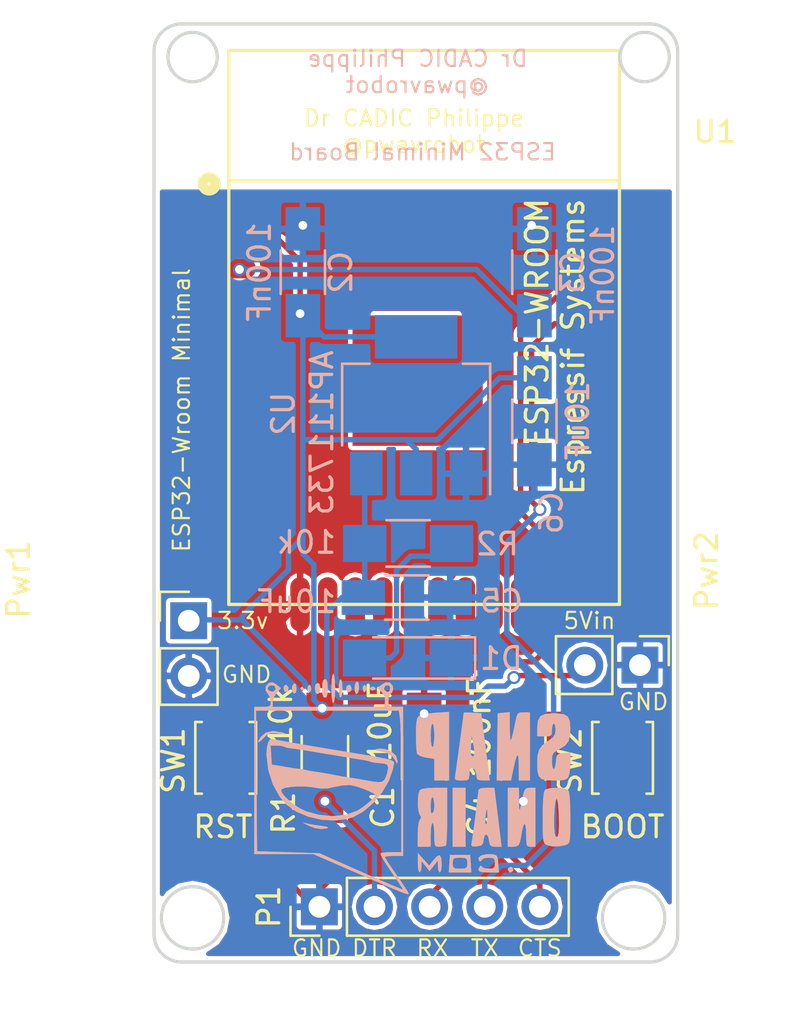
<source format=kicad_pcb>
(kicad_pcb (version 4) (host pcbnew 4.0.4-stable)

  (general
    (links 35)
    (no_connects 1)
    (area 93.1066 57.191 127.3872 104.707)
    (thickness 1.6)
    (drawings 25)
    (tracks 154)
    (zones 0)
    (modules 17)
    (nets 9)
  )

  (page A4)
  (layers
    (0 F.Cu signal)
    (31 B.Cu signal)
    (32 B.Adhes user)
    (33 F.Adhes user)
    (34 B.Paste user)
    (35 F.Paste user)
    (36 B.SilkS user)
    (37 F.SilkS user)
    (38 B.Mask user)
    (39 F.Mask user)
    (40 Dwgs.User user)
    (41 Cmts.User user)
    (42 Eco1.User user)
    (43 Eco2.User user)
    (44 Edge.Cuts user)
    (45 Margin user)
    (46 B.CrtYd user)
    (47 F.CrtYd user)
    (48 B.Fab user)
    (49 F.Fab user)
  )

  (setup
    (last_trace_width 0.25)
    (trace_clearance 0.2)
    (zone_clearance 0.2)
    (zone_45_only no)
    (trace_min 0.2)
    (segment_width 0.2)
    (edge_width 0.15)
    (via_size 0.6)
    (via_drill 0.4)
    (via_min_size 0.4)
    (via_min_drill 0.3)
    (uvia_size 0.3)
    (uvia_drill 0.1)
    (uvias_allowed no)
    (uvia_min_size 0.2)
    (uvia_min_drill 0.1)
    (pcb_text_width 0.3)
    (pcb_text_size 1.5 1.5)
    (mod_edge_width 0.15)
    (mod_text_size 1 1)
    (mod_text_width 0.15)
    (pad_size 1.524 1.524)
    (pad_drill 0.762)
    (pad_to_mask_clearance 0.2)
    (aux_axis_origin 0 0)
    (visible_elements 7FFFFFFF)
    (pcbplotparams
      (layerselection 0x010ff_80000001)
      (usegerberextensions false)
      (excludeedgelayer true)
      (linewidth 0.100000)
      (plotframeref false)
      (viasonmask false)
      (mode 1)
      (useauxorigin false)
      (hpglpennumber 1)
      (hpglpenspeed 20)
      (hpglpendiameter 15)
      (hpglpenoverlay 2)
      (psnegative false)
      (psa4output false)
      (plotreference true)
      (plotvalue true)
      (plotinvisibletext false)
      (padsonsilk false)
      (subtractmaskfromsilk false)
      (outputformat 1)
      (mirror false)
      (drillshape 0)
      (scaleselection 1)
      (outputdirectory gerber/))
  )

  (net 0 "")
  (net 1 +3V3)
  (net 2 GND)
  (net 3 "Net-(C3-Pad1)")
  (net 4 "Net-(C4-Pad1)")
  (net 5 "Net-(P1-Pad3)")
  (net 6 "Net-(P1-Pad4)")
  (net 7 +5V)
  (net 8 "Net-(D1-Pad2)")

  (net_class Default "Ceci est la Netclass par défaut"
    (clearance 0.2)
    (trace_width 0.25)
    (via_dia 0.6)
    (via_drill 0.4)
    (uvia_dia 0.3)
    (uvia_drill 0.1)
    (add_net +3V3)
    (add_net +5V)
    (add_net GND)
    (add_net "Net-(C3-Pad1)")
    (add_net "Net-(C4-Pad1)")
    (add_net "Net-(D1-Pad2)")
    (add_net "Net-(P1-Pad3)")
    (add_net "Net-(P1-Pad4)")
  )

  (module Capacitors_SMD:C_1206_HandSoldering (layer F.Cu) (tedit 5CB9E330) (tstamp 5CB9DFF7)
    (at 112.776 92.202 90)
    (descr "Capacitor SMD 1206, hand soldering")
    (tags "capacitor 1206")
    (path /5CB9E0CD)
    (attr smd)
    (fp_text reference C1 (at -2.286 -1.905 90) (layer F.SilkS)
      (effects (font (size 1 1) (thickness 0.15)))
    )
    (fp_text value 10uF (at 1.651 -2.032 90) (layer F.SilkS)
      (effects (font (size 1 1) (thickness 0.15)))
    )
    (fp_text user %R (at -2.794 -14.097 90) (layer F.Fab)
      (effects (font (size 1 1) (thickness 0.15)))
    )
    (fp_line (start -1.6 0.8) (end -1.6 -0.8) (layer F.Fab) (width 0.1))
    (fp_line (start 1.6 0.8) (end -1.6 0.8) (layer F.Fab) (width 0.1))
    (fp_line (start 1.6 -0.8) (end 1.6 0.8) (layer F.Fab) (width 0.1))
    (fp_line (start -1.6 -0.8) (end 1.6 -0.8) (layer F.Fab) (width 0.1))
    (fp_line (start 1 -1.02) (end -1 -1.02) (layer F.SilkS) (width 0.12))
    (fp_line (start -1 1.02) (end 1 1.02) (layer F.SilkS) (width 0.12))
    (fp_line (start -3.25 -1.05) (end 3.25 -1.05) (layer F.CrtYd) (width 0.05))
    (fp_line (start -3.25 -1.05) (end -3.25 1.05) (layer F.CrtYd) (width 0.05))
    (fp_line (start 3.25 1.05) (end 3.25 -1.05) (layer F.CrtYd) (width 0.05))
    (fp_line (start 3.25 1.05) (end -3.25 1.05) (layer F.CrtYd) (width 0.05))
    (pad 1 smd rect (at -2 0 90) (size 2 1.6) (layers F.Cu F.Paste F.Mask)
      (net 1 +3V3))
    (pad 2 smd rect (at 2 0 90) (size 2 1.6) (layers F.Cu F.Paste F.Mask)
      (net 2 GND))
    (model Capacitors_SMD.3dshapes/C_1206.wrl
      (at (xyz 0 0 0))
      (scale (xyz 1 1 1))
      (rotate (xyz 0 0 0))
    )
  )

  (module Capacitors_SMD:C_1206_HandSoldering (layer B.Cu) (tedit 5CB9E35A) (tstamp 5CB9E008)
    (at 107.188 69.85 90)
    (descr "Capacitor SMD 1206, hand soldering")
    (tags "capacitor 1206")
    (path /5CB9DFBD)
    (attr smd)
    (fp_text reference C2 (at 0 1.75 90) (layer B.SilkS)
      (effects (font (size 1 1) (thickness 0.15)) (justify mirror))
    )
    (fp_text value 100nF (at 0 -2 90) (layer B.SilkS)
      (effects (font (size 1 1) (thickness 0.15)) (justify mirror))
    )
    (fp_text user %R (at 0 1.75 90) (layer B.Fab)
      (effects (font (size 1 1) (thickness 0.15)) (justify mirror))
    )
    (fp_line (start -1.6 -0.8) (end -1.6 0.8) (layer B.Fab) (width 0.1))
    (fp_line (start 1.6 -0.8) (end -1.6 -0.8) (layer B.Fab) (width 0.1))
    (fp_line (start 1.6 0.8) (end 1.6 -0.8) (layer B.Fab) (width 0.1))
    (fp_line (start -1.6 0.8) (end 1.6 0.8) (layer B.Fab) (width 0.1))
    (fp_line (start 1 1.02) (end -1 1.02) (layer B.SilkS) (width 0.12))
    (fp_line (start -1 -1.02) (end 1 -1.02) (layer B.SilkS) (width 0.12))
    (fp_line (start -3.25 1.05) (end 3.25 1.05) (layer B.CrtYd) (width 0.05))
    (fp_line (start -3.25 1.05) (end -3.25 -1.05) (layer B.CrtYd) (width 0.05))
    (fp_line (start 3.25 -1.05) (end 3.25 1.05) (layer B.CrtYd) (width 0.05))
    (fp_line (start 3.25 -1.05) (end -3.25 -1.05) (layer B.CrtYd) (width 0.05))
    (pad 1 smd rect (at -2 0 90) (size 2 1.6) (layers B.Cu B.Paste B.Mask)
      (net 1 +3V3))
    (pad 2 smd rect (at 2 0 90) (size 2 1.6) (layers B.Cu B.Paste B.Mask)
      (net 2 GND))
    (model Capacitors_SMD.3dshapes/C_1206.wrl
      (at (xyz 0 0 0))
      (scale (xyz 1 1 1))
      (rotate (xyz 0 0 0))
    )
  )

  (module Capacitors_SMD:C_1206_HandSoldering (layer B.Cu) (tedit 5CBC2A08) (tstamp 5CB9E019)
    (at 117.856 69.85 90)
    (descr "Capacitor SMD 1206, hand soldering")
    (tags "capacitor 1206")
    (path /5CB9EAA1)
    (attr smd)
    (fp_text reference C3 (at 0 1.75 90) (layer B.SilkS)
      (effects (font (size 1 1) (thickness 0.15)) (justify mirror))
    )
    (fp_text value 100nF (at -0.127 3.1496 90) (layer B.SilkS)
      (effects (font (size 1 1) (thickness 0.15)) (justify mirror))
    )
    (fp_text user %R (at 0 1.75 90) (layer B.Fab)
      (effects (font (size 1 1) (thickness 0.15)) (justify mirror))
    )
    (fp_line (start -1.6 -0.8) (end -1.6 0.8) (layer B.Fab) (width 0.1))
    (fp_line (start 1.6 -0.8) (end -1.6 -0.8) (layer B.Fab) (width 0.1))
    (fp_line (start 1.6 0.8) (end 1.6 -0.8) (layer B.Fab) (width 0.1))
    (fp_line (start -1.6 0.8) (end 1.6 0.8) (layer B.Fab) (width 0.1))
    (fp_line (start 1 1.02) (end -1 1.02) (layer B.SilkS) (width 0.12))
    (fp_line (start -1 -1.02) (end 1 -1.02) (layer B.SilkS) (width 0.12))
    (fp_line (start -3.25 1.05) (end 3.25 1.05) (layer B.CrtYd) (width 0.05))
    (fp_line (start -3.25 1.05) (end -3.25 -1.05) (layer B.CrtYd) (width 0.05))
    (fp_line (start 3.25 -1.05) (end 3.25 1.05) (layer B.CrtYd) (width 0.05))
    (fp_line (start 3.25 -1.05) (end -3.25 -1.05) (layer B.CrtYd) (width 0.05))
    (pad 1 smd rect (at -2 0 90) (size 2 1.6) (layers B.Cu B.Paste B.Mask)
      (net 3 "Net-(C3-Pad1)"))
    (pad 2 smd rect (at 2 0 90) (size 2 1.6) (layers B.Cu B.Paste B.Mask)
      (net 2 GND))
    (model Capacitors_SMD.3dshapes/C_1206.wrl
      (at (xyz 0 0 0))
      (scale (xyz 1 1 1))
      (rotate (xyz 0 0 0))
    )
  )

  (module Capacitors_SMD:C_1206_HandSoldering (layer F.Cu) (tedit 5CB9E34B) (tstamp 5CB9E02A)
    (at 117.348 92.202 270)
    (descr "Capacitor SMD 1206, hand soldering")
    (tags "capacitor 1206")
    (path /5CB9EFFB)
    (attr smd)
    (fp_text reference C4 (at 2.667 2.032 270) (layer F.SilkS)
      (effects (font (size 1 1) (thickness 0.15)))
    )
    (fp_text value 100nF (at -1.397 2.032 270) (layer F.SilkS)
      (effects (font (size 1 1) (thickness 0.15)))
    )
    (fp_text user %R (at 1.651 -9.017 270) (layer F.Fab)
      (effects (font (size 1 1) (thickness 0.15)))
    )
    (fp_line (start -1.6 0.8) (end -1.6 -0.8) (layer F.Fab) (width 0.1))
    (fp_line (start 1.6 0.8) (end -1.6 0.8) (layer F.Fab) (width 0.1))
    (fp_line (start 1.6 -0.8) (end 1.6 0.8) (layer F.Fab) (width 0.1))
    (fp_line (start -1.6 -0.8) (end 1.6 -0.8) (layer F.Fab) (width 0.1))
    (fp_line (start 1 -1.02) (end -1 -1.02) (layer F.SilkS) (width 0.12))
    (fp_line (start -1 1.02) (end 1 1.02) (layer F.SilkS) (width 0.12))
    (fp_line (start -3.25 -1.05) (end 3.25 -1.05) (layer F.CrtYd) (width 0.05))
    (fp_line (start -3.25 -1.05) (end -3.25 1.05) (layer F.CrtYd) (width 0.05))
    (fp_line (start 3.25 1.05) (end 3.25 -1.05) (layer F.CrtYd) (width 0.05))
    (fp_line (start 3.25 1.05) (end -3.25 1.05) (layer F.CrtYd) (width 0.05))
    (pad 1 smd rect (at -2 0 270) (size 2 1.6) (layers F.Cu F.Paste F.Mask)
      (net 4 "Net-(C4-Pad1)"))
    (pad 2 smd rect (at 2 0 270) (size 2 1.6) (layers F.Cu F.Paste F.Mask)
      (net 2 GND))
    (model Capacitors_SMD.3dshapes/C_1206.wrl
      (at (xyz 0 0 0))
      (scale (xyz 1 1 1))
      (rotate (xyz 0 0 0))
    )
  )

  (module Socket_Strips:Socket_Strip_Straight_1x05_Pitch2.54mm (layer F.Cu) (tedit 5CB9E083) (tstamp 5CB9E042)
    (at 107.95 99.06 90)
    (descr "Through hole straight socket strip, 1x05, 2.54mm pitch, single row")
    (tags "Through hole socket strip THT 1x05 2.54mm single row")
    (path /5CB9DC2E)
    (fp_text reference P1 (at 0 -2.33 90) (layer F.SilkS)
      (effects (font (size 1 1) (thickness 0.15)))
    )
    (fp_text value ProgHeader (at -4.572 5.334 180) (layer F.Fab)
      (effects (font (size 1 1) (thickness 0.15)))
    )
    (fp_line (start -1.27 -1.27) (end -1.27 11.43) (layer F.Fab) (width 0.1))
    (fp_line (start -1.27 11.43) (end 1.27 11.43) (layer F.Fab) (width 0.1))
    (fp_line (start 1.27 11.43) (end 1.27 -1.27) (layer F.Fab) (width 0.1))
    (fp_line (start 1.27 -1.27) (end -1.27 -1.27) (layer F.Fab) (width 0.1))
    (fp_line (start -1.33 1.27) (end -1.33 11.49) (layer F.SilkS) (width 0.12))
    (fp_line (start -1.33 11.49) (end 1.33 11.49) (layer F.SilkS) (width 0.12))
    (fp_line (start 1.33 11.49) (end 1.33 1.27) (layer F.SilkS) (width 0.12))
    (fp_line (start 1.33 1.27) (end -1.33 1.27) (layer F.SilkS) (width 0.12))
    (fp_line (start -1.33 0) (end -1.33 -1.33) (layer F.SilkS) (width 0.12))
    (fp_line (start -1.33 -1.33) (end 0 -1.33) (layer F.SilkS) (width 0.12))
    (fp_line (start -1.8 -1.8) (end -1.8 11.95) (layer F.CrtYd) (width 0.05))
    (fp_line (start -1.8 11.95) (end 1.8 11.95) (layer F.CrtYd) (width 0.05))
    (fp_line (start 1.8 11.95) (end 1.8 -1.8) (layer F.CrtYd) (width 0.05))
    (fp_line (start 1.8 -1.8) (end -1.8 -1.8) (layer F.CrtYd) (width 0.05))
    (fp_text user %R (at 0 -2.33 90) (layer F.Fab)
      (effects (font (size 1 1) (thickness 0.15)))
    )
    (pad 1 thru_hole rect (at 0 0 90) (size 1.7 1.7) (drill 1) (layers *.Cu *.Mask)
      (net 2 GND))
    (pad 2 thru_hole oval (at 0 2.54 90) (size 1.7 1.7) (drill 1) (layers *.Cu *.Mask)
      (net 3 "Net-(C3-Pad1)"))
    (pad 3 thru_hole oval (at 0 5.08 90) (size 1.7 1.7) (drill 1) (layers *.Cu *.Mask)
      (net 5 "Net-(P1-Pad3)"))
    (pad 4 thru_hole oval (at 0 7.62 90) (size 1.7 1.7) (drill 1) (layers *.Cu *.Mask)
      (net 6 "Net-(P1-Pad4)"))
    (pad 5 thru_hole oval (at 0 10.16 90) (size 1.7 1.7) (drill 1) (layers *.Cu *.Mask)
      (net 4 "Net-(C4-Pad1)"))
    (model ${KISYS3DMOD}/Socket_Strips.3dshapes/Socket_Strip_Straight_1x05_Pitch2.54mm.wrl
      (at (xyz 0 -0.2 0))
      (scale (xyz 1 1 1))
      (rotate (xyz 0 0 270))
    )
  )

  (module Resistors_SMD:R_1206_HandSoldering (layer F.Cu) (tedit 5CB9E316) (tstamp 5CB9E053)
    (at 108.204 92.202 270)
    (descr "Resistor SMD 1206, hand soldering")
    (tags "resistor 1206")
    (path /5CB9E6E1)
    (attr smd)
    (fp_text reference R1 (at 2.54 1.905 270) (layer F.SilkS)
      (effects (font (size 1 1) (thickness 0.15)))
    )
    (fp_text value 10k (at -1.905 2.032 270) (layer F.SilkS)
      (effects (font (size 1 1) (thickness 0.15)))
    )
    (fp_text user %R (at 0 0 270) (layer F.Fab)
      (effects (font (size 0.7 0.7) (thickness 0.105)))
    )
    (fp_line (start -1.6 0.8) (end -1.6 -0.8) (layer F.Fab) (width 0.1))
    (fp_line (start 1.6 0.8) (end -1.6 0.8) (layer F.Fab) (width 0.1))
    (fp_line (start 1.6 -0.8) (end 1.6 0.8) (layer F.Fab) (width 0.1))
    (fp_line (start -1.6 -0.8) (end 1.6 -0.8) (layer F.Fab) (width 0.1))
    (fp_line (start 1 1.07) (end -1 1.07) (layer F.SilkS) (width 0.12))
    (fp_line (start -1 -1.07) (end 1 -1.07) (layer F.SilkS) (width 0.12))
    (fp_line (start -3.25 -1.11) (end 3.25 -1.11) (layer F.CrtYd) (width 0.05))
    (fp_line (start -3.25 -1.11) (end -3.25 1.1) (layer F.CrtYd) (width 0.05))
    (fp_line (start 3.25 1.1) (end 3.25 -1.11) (layer F.CrtYd) (width 0.05))
    (fp_line (start 3.25 1.1) (end -3.25 1.1) (layer F.CrtYd) (width 0.05))
    (pad 1 smd rect (at -2 0 270) (size 2 1.7) (layers F.Cu F.Paste F.Mask)
      (net 1 +3V3))
    (pad 2 smd rect (at 2 0 270) (size 2 1.7) (layers F.Cu F.Paste F.Mask)
      (net 3 "Net-(C3-Pad1)"))
    (model ${KISYS3DMOD}/Resistors_SMD.3dshapes/R_1206.wrl
      (at (xyz 0 0 0))
      (scale (xyz 1 1 1))
      (rotate (xyz 0 0 0))
    )
  )

  (module Buttons_Switches_SMD:SW_SPST_B3U-1000P (layer F.Cu) (tedit 5CB9E302) (tstamp 5CB9E069)
    (at 103.632 92.202 90)
    (descr "Ultra-small-sized Tactile Switch with High Contact Reliability, Top-actuated Model, without Ground Terminal, without Boss")
    (tags "Tactile Switch")
    (path /5CB9EAFB)
    (attr smd)
    (fp_text reference SW1 (at -0.127 -2.413 90) (layer F.SilkS)
      (effects (font (size 1 1) (thickness 0.15)))
    )
    (fp_text value RST (at -3.175 -0.127 180) (layer F.SilkS)
      (effects (font (size 1 1) (thickness 0.15)))
    )
    (fp_text user %R (at 0 -4.826 90) (layer F.Fab)
      (effects (font (size 1 1) (thickness 0.15)))
    )
    (fp_line (start -2.4 1.65) (end 2.4 1.65) (layer F.CrtYd) (width 0.05))
    (fp_line (start 2.4 1.65) (end 2.4 -1.65) (layer F.CrtYd) (width 0.05))
    (fp_line (start 2.4 -1.65) (end -2.4 -1.65) (layer F.CrtYd) (width 0.05))
    (fp_line (start -2.4 -1.65) (end -2.4 1.65) (layer F.CrtYd) (width 0.05))
    (fp_line (start -1.65 1.1) (end -1.65 1.4) (layer F.SilkS) (width 0.12))
    (fp_line (start -1.65 1.4) (end 1.65 1.4) (layer F.SilkS) (width 0.12))
    (fp_line (start 1.65 1.4) (end 1.65 1.1) (layer F.SilkS) (width 0.12))
    (fp_line (start -1.65 -1.1) (end -1.65 -1.4) (layer F.SilkS) (width 0.12))
    (fp_line (start -1.65 -1.4) (end 1.65 -1.4) (layer F.SilkS) (width 0.12))
    (fp_line (start 1.65 -1.4) (end 1.65 -1.1) (layer F.SilkS) (width 0.12))
    (fp_line (start -1.5 -1.25) (end 1.5 -1.25) (layer F.Fab) (width 0.1))
    (fp_line (start 1.5 -1.25) (end 1.5 1.25) (layer F.Fab) (width 0.1))
    (fp_line (start 1.5 1.25) (end -1.5 1.25) (layer F.Fab) (width 0.1))
    (fp_line (start -1.5 1.25) (end -1.5 -1.25) (layer F.Fab) (width 0.1))
    (fp_circle (center 0 0) (end 0.75 0) (layer F.Fab) (width 0.1))
    (pad 1 smd rect (at -1.7 0 90) (size 0.9 1.7) (layers F.Cu F.Paste F.Mask)
      (net 2 GND))
    (pad 2 smd rect (at 1.7 0 90) (size 0.9 1.7) (layers F.Cu F.Paste F.Mask)
      (net 3 "Net-(C3-Pad1)"))
    (model ../../../../../../Users/ccadic/CloudStation/WroomMINI/b3u-1000p.wrl
      (at (xyz 0 0 0))
      (scale (xyz 1 1 1))
      (rotate (xyz -90 0 0))
    )
  )

  (module Buttons_Switches_SMD:SW_SPST_B3U-1000P (layer F.Cu) (tedit 5CBC28DA) (tstamp 5CB9E07F)
    (at 121.92 92.202 90)
    (descr "Ultra-small-sized Tactile Switch with High Contact Reliability, Top-actuated Model, without Ground Terminal, without Boss")
    (tags "Tactile Switch")
    (path /5CB9F001)
    (attr smd)
    (fp_text reference SW2 (at -0.127 -2.413 90) (layer F.SilkS)
      (effects (font (size 1 1) (thickness 0.15)))
    )
    (fp_text value BOOT (at -3.175 0 180) (layer F.SilkS)
      (effects (font (size 1 1) (thickness 0.15)))
    )
    (fp_text user %R (at 4.6101 5.0038 90) (layer F.Fab)
      (effects (font (size 1 1) (thickness 0.15)))
    )
    (fp_line (start -2.4 1.65) (end 2.4 1.65) (layer F.CrtYd) (width 0.05))
    (fp_line (start 2.4 1.65) (end 2.4 -1.65) (layer F.CrtYd) (width 0.05))
    (fp_line (start 2.4 -1.65) (end -2.4 -1.65) (layer F.CrtYd) (width 0.05))
    (fp_line (start -2.4 -1.65) (end -2.4 1.65) (layer F.CrtYd) (width 0.05))
    (fp_line (start -1.65 1.1) (end -1.65 1.4) (layer F.SilkS) (width 0.12))
    (fp_line (start -1.65 1.4) (end 1.65 1.4) (layer F.SilkS) (width 0.12))
    (fp_line (start 1.65 1.4) (end 1.65 1.1) (layer F.SilkS) (width 0.12))
    (fp_line (start -1.65 -1.1) (end -1.65 -1.4) (layer F.SilkS) (width 0.12))
    (fp_line (start -1.65 -1.4) (end 1.65 -1.4) (layer F.SilkS) (width 0.12))
    (fp_line (start 1.65 -1.4) (end 1.65 -1.1) (layer F.SilkS) (width 0.12))
    (fp_line (start -1.5 -1.25) (end 1.5 -1.25) (layer F.Fab) (width 0.1))
    (fp_line (start 1.5 -1.25) (end 1.5 1.25) (layer F.Fab) (width 0.1))
    (fp_line (start 1.5 1.25) (end -1.5 1.25) (layer F.Fab) (width 0.1))
    (fp_line (start -1.5 1.25) (end -1.5 -1.25) (layer F.Fab) (width 0.1))
    (fp_circle (center 0 0) (end 0.75 0) (layer F.Fab) (width 0.1))
    (pad 1 smd rect (at -1.7 0 90) (size 0.9 1.7) (layers F.Cu F.Paste F.Mask)
      (net 2 GND))
    (pad 2 smd rect (at 1.7 0 90) (size 0.9 1.7) (layers F.Cu F.Paste F.Mask)
      (net 4 "Net-(C4-Pad1)"))
    (model ../../../../../../Users/ccadic/CloudStation/WroomMINI/b3u-1000p.wrl
      (at (xyz 0 0 0))
      (scale (xyz 1 1 1))
      (rotate (xyz -90 0 0))
    )
  )

  (module ESP32-footprints-Lib:ESP32-WROOM (layer F.Cu) (tedit 5CBC2B9A) (tstamp 5CB9E0B2)
    (at 112.776 72.39 180)
    (path /5CB9DB9A)
    (fp_text reference U1 (at -13.4112 9.0043 180) (layer F.SilkS)
      (effects (font (size 1 1) (thickness 0.15)))
    )
    (fp_text value ESP32-WROOM (at 5.715 14.224 180) (layer F.Fab)
      (effects (font (size 1 1) (thickness 0.15)))
    )
    (fp_text user "Espressif Systems" (at -6.858 -0.889 270) (layer F.SilkS)
      (effects (font (size 1 1) (thickness 0.15)))
    )
    (fp_circle (center 9.906 6.604) (end 10.033 6.858) (layer F.SilkS) (width 0.5))
    (fp_text user ESP32-WROOM (at -5.207 0.254 270) (layer F.SilkS)
      (effects (font (size 1 1) (thickness 0.15)))
    )
    (fp_line (start -9 6.75) (end 9 6.75) (layer F.SilkS) (width 0.15))
    (fp_line (start 9 12.75) (end 9 -12.75) (layer F.SilkS) (width 0.15))
    (fp_line (start -9 12.75) (end -9 -12.75) (layer F.SilkS) (width 0.15))
    (fp_line (start -9 -12.75) (end 9 -12.75) (layer F.SilkS) (width 0.15))
    (fp_line (start -9 12.75) (end 9 12.75) (layer F.SilkS) (width 0.15))
    (pad 38 smd oval (at -9 5.25 180) (size 2.5 0.9) (layers F.Cu F.Paste F.Mask)
      (net 2 GND))
    (pad 37 smd oval (at -9 3.98 180) (size 2.5 0.9) (layers F.Cu F.Paste F.Mask))
    (pad 36 smd oval (at -9 2.71 180) (size 2.5 0.9) (layers F.Cu F.Paste F.Mask))
    (pad 35 smd oval (at -9 1.44 180) (size 2.5 0.9) (layers F.Cu F.Paste F.Mask)
      (net 5 "Net-(P1-Pad3)"))
    (pad 34 smd oval (at -9 0.17 180) (size 2.5 0.9) (layers F.Cu F.Paste F.Mask)
      (net 6 "Net-(P1-Pad4)"))
    (pad 33 smd oval (at -9 -1.1 180) (size 2.5 0.9) (layers F.Cu F.Paste F.Mask))
    (pad 32 smd oval (at -9 -2.37 180) (size 2.5 0.9) (layers F.Cu F.Paste F.Mask))
    (pad 31 smd oval (at -9 -3.64 180) (size 2.5 0.9) (layers F.Cu F.Paste F.Mask))
    (pad 30 smd oval (at -9 -4.91 180) (size 2.5 0.9) (layers F.Cu F.Paste F.Mask))
    (pad 29 smd oval (at -9 -6.18 180) (size 2.5 0.9) (layers F.Cu F.Paste F.Mask))
    (pad 28 smd oval (at -9 -7.45 180) (size 2.5 0.9) (layers F.Cu F.Paste F.Mask))
    (pad 27 smd oval (at -9 -8.72 180) (size 2.5 0.9) (layers F.Cu F.Paste F.Mask))
    (pad 26 smd oval (at -9 -9.99 180) (size 2.5 0.9) (layers F.Cu F.Paste F.Mask))
    (pad 25 smd oval (at -9 -11.26 180) (size 2.5 0.9) (layers F.Cu F.Paste F.Mask)
      (net 4 "Net-(C4-Pad1)"))
    (pad 24 smd oval (at -5.715 -12.75 180) (size 0.9 2.5) (layers F.Cu F.Paste F.Mask))
    (pad 23 smd oval (at -4.445 -12.75 180) (size 0.9 2.5) (layers F.Cu F.Paste F.Mask))
    (pad 22 smd oval (at -3.175 -12.75 180) (size 0.9 2.5) (layers F.Cu F.Paste F.Mask))
    (pad 21 smd oval (at -1.905 -12.75 180) (size 0.9 2.5) (layers F.Cu F.Paste F.Mask))
    (pad 20 smd oval (at -0.635 -12.75 180) (size 0.9 2.5) (layers F.Cu F.Paste F.Mask))
    (pad 19 smd oval (at 0.635 -12.75 180) (size 0.9 2.5) (layers F.Cu F.Paste F.Mask))
    (pad 18 smd oval (at 1.905 -12.75 180) (size 0.9 2.5) (layers F.Cu F.Paste F.Mask))
    (pad 17 smd oval (at 3.175 -12.75 180) (size 0.9 2.5) (layers F.Cu F.Paste F.Mask))
    (pad 16 smd oval (at 4.445 -12.75 180) (size 0.9 2.5) (layers F.Cu F.Paste F.Mask))
    (pad 15 smd oval (at 5.715 -12.75 180) (size 0.9 2.5) (layers F.Cu F.Paste F.Mask)
      (net 2 GND))
    (pad 14 smd oval (at 9 -11.26 180) (size 2.5 0.9) (layers F.Cu F.Paste F.Mask))
    (pad 13 smd oval (at 9 -9.99 180) (size 2.5 0.9) (layers F.Cu F.Paste F.Mask))
    (pad 12 smd oval (at 9 -8.72 180) (size 2.5 0.9) (layers F.Cu F.Paste F.Mask))
    (pad 11 smd oval (at 9 -7.45 180) (size 2.5 0.9) (layers F.Cu F.Paste F.Mask))
    (pad 10 smd oval (at 9 -6.18 180) (size 2.5 0.9) (layers F.Cu F.Paste F.Mask))
    (pad 9 smd oval (at 9 -4.91 180) (size 2.5 0.9) (layers F.Cu F.Paste F.Mask))
    (pad 8 smd oval (at 9 -3.64 180) (size 2.5 0.9) (layers F.Cu F.Paste F.Mask))
    (pad 7 smd oval (at 9 -2.37 180) (size 2.5 0.9) (layers F.Cu F.Paste F.Mask))
    (pad 6 smd oval (at 9 -1.1 180) (size 2.5 0.9) (layers F.Cu F.Paste F.Mask))
    (pad 5 smd oval (at 9 0.17 180) (size 2.5 0.9) (layers F.Cu F.Paste F.Mask))
    (pad 4 smd oval (at 9 1.44 180) (size 2.5 0.9) (layers F.Cu F.Paste F.Mask))
    (pad 3 smd oval (at 9 2.71 180) (size 2.5 0.9) (layers F.Cu F.Paste F.Mask)
      (net 3 "Net-(C3-Pad1)"))
    (pad 2 smd oval (at 9 3.98 180) (size 2.5 0.9) (layers F.Cu F.Paste F.Mask)
      (net 1 +3V3))
    (pad 1 smd oval (at 9 5.25 180) (size 2.5 0.9) (layers F.Cu F.Paste F.Mask)
      (net 2 GND))
    (pad 39 smd rect (at 0.3 -2.45 180) (size 6 6) (layers F.Cu F.Paste F.Mask))
    (model ../../../../../../Users/ccadic/CloudStation/ESP32RFM95KB/KiCAD-ESP-WROOM-32.wrl
      (at (xyz 0 0 0))
      (scale (xyz 1 1 1))
      (rotate (xyz 0 0 0))
    )
  )

  (module Capacitors_SMD:C_1206_HandSoldering (layer B.Cu) (tedit 5CBC2735) (tstamp 5CBC2622)
    (at 111.9759 84.8233)
    (descr "Capacitor SMD 1206, hand soldering")
    (tags "capacitor 1206")
    (path /5CBC4CA8)
    (attr smd)
    (fp_text reference C5 (at 4.3688 0.1651) (layer B.SilkS)
      (effects (font (size 1 1) (thickness 0.15)) (justify mirror))
    )
    (fp_text value 10uF (at -5.0927 0.1905) (layer B.SilkS)
      (effects (font (size 1 1) (thickness 0.15)) (justify mirror))
    )
    (fp_text user %R (at 4.3942 0.1397) (layer B.Fab)
      (effects (font (size 1 1) (thickness 0.15)) (justify mirror))
    )
    (fp_line (start -1.6 -0.8) (end -1.6 0.8) (layer B.Fab) (width 0.1))
    (fp_line (start 1.6 -0.8) (end -1.6 -0.8) (layer B.Fab) (width 0.1))
    (fp_line (start 1.6 0.8) (end 1.6 -0.8) (layer B.Fab) (width 0.1))
    (fp_line (start -1.6 0.8) (end 1.6 0.8) (layer B.Fab) (width 0.1))
    (fp_line (start 1 1.02) (end -1 1.02) (layer B.SilkS) (width 0.12))
    (fp_line (start -1 -1.02) (end 1 -1.02) (layer B.SilkS) (width 0.12))
    (fp_line (start -3.25 1.05) (end 3.25 1.05) (layer B.CrtYd) (width 0.05))
    (fp_line (start -3.25 1.05) (end -3.25 -1.05) (layer B.CrtYd) (width 0.05))
    (fp_line (start 3.25 -1.05) (end 3.25 1.05) (layer B.CrtYd) (width 0.05))
    (fp_line (start 3.25 -1.05) (end -3.25 -1.05) (layer B.CrtYd) (width 0.05))
    (pad 1 smd rect (at -2 0) (size 2 1.6) (layers B.Cu B.Paste B.Mask)
      (net 7 +5V))
    (pad 2 smd rect (at 2 0) (size 2 1.6) (layers B.Cu B.Paste B.Mask)
      (net 2 GND))
    (model Capacitors_SMD.3dshapes/C_1206.wrl
      (at (xyz 0 0 0))
      (scale (xyz 1 1 1))
      (rotate (xyz 0 0 0))
    )
  )

  (module Capacitors_SMD:C_1206_HandSoldering (layer B.Cu) (tedit 5CBC274E) (tstamp 5CBC2633)
    (at 117.856 76.708 270)
    (descr "Capacitor SMD 1206, hand soldering")
    (tags "capacitor 1206")
    (path /5CBC417D)
    (attr smd)
    (fp_text reference C6 (at 4.2164 -0.7874 270) (layer B.SilkS)
      (effects (font (size 1 1) (thickness 0.15)) (justify mirror))
    )
    (fp_text value 10uF (at 0 -2 270) (layer B.SilkS)
      (effects (font (size 1 1) (thickness 0.15)) (justify mirror))
    )
    (fp_text user %R (at 0 1.75 270) (layer B.Fab)
      (effects (font (size 1 1) (thickness 0.15)) (justify mirror))
    )
    (fp_line (start -1.6 -0.8) (end -1.6 0.8) (layer B.Fab) (width 0.1))
    (fp_line (start 1.6 -0.8) (end -1.6 -0.8) (layer B.Fab) (width 0.1))
    (fp_line (start 1.6 0.8) (end 1.6 -0.8) (layer B.Fab) (width 0.1))
    (fp_line (start -1.6 0.8) (end 1.6 0.8) (layer B.Fab) (width 0.1))
    (fp_line (start 1 1.02) (end -1 1.02) (layer B.SilkS) (width 0.12))
    (fp_line (start -1 -1.02) (end 1 -1.02) (layer B.SilkS) (width 0.12))
    (fp_line (start -3.25 1.05) (end 3.25 1.05) (layer B.CrtYd) (width 0.05))
    (fp_line (start -3.25 1.05) (end -3.25 -1.05) (layer B.CrtYd) (width 0.05))
    (fp_line (start 3.25 -1.05) (end 3.25 1.05) (layer B.CrtYd) (width 0.05))
    (fp_line (start 3.25 -1.05) (end -3.25 -1.05) (layer B.CrtYd) (width 0.05))
    (pad 1 smd rect (at -2 0 270) (size 2 1.6) (layers B.Cu B.Paste B.Mask)
      (net 1 +3V3))
    (pad 2 smd rect (at 2 0 270) (size 2 1.6) (layers B.Cu B.Paste B.Mask)
      (net 2 GND))
    (model Capacitors_SMD.3dshapes/C_1206.wrl
      (at (xyz 0 0 0))
      (scale (xyz 1 1 1))
      (rotate (xyz 0 0 0))
    )
  )

  (module LEDs:LED_1206_HandSoldering (layer B.Cu) (tedit 5CBC2719) (tstamp 5CBC2648)
    (at 112.0267 87.6046 180)
    (descr "LED SMD 1206, hand soldering")
    (tags "LED 1206")
    (path /5CBC5781)
    (attr smd)
    (fp_text reference D1 (at -4.3053 -0.0254 180) (layer B.SilkS)
      (effects (font (size 1 1) (thickness 0.15)) (justify mirror))
    )
    (fp_text value PowerOn (at 0 -1.9 180) (layer B.Fab)
      (effects (font (size 1 1) (thickness 0.15)) (justify mirror))
    )
    (fp_line (start -3.1 0.95) (end -3.1 -0.95) (layer B.SilkS) (width 0.12))
    (fp_line (start -0.4 0) (end 0.2 0.4) (layer B.Fab) (width 0.1))
    (fp_line (start 0.2 0.4) (end 0.2 -0.4) (layer B.Fab) (width 0.1))
    (fp_line (start 0.2 -0.4) (end -0.4 0) (layer B.Fab) (width 0.1))
    (fp_line (start -0.45 0.4) (end -0.45 -0.4) (layer B.Fab) (width 0.1))
    (fp_line (start -1.6 -0.8) (end -1.6 0.8) (layer B.Fab) (width 0.1))
    (fp_line (start 1.6 -0.8) (end -1.6 -0.8) (layer B.Fab) (width 0.1))
    (fp_line (start 1.6 0.8) (end 1.6 -0.8) (layer B.Fab) (width 0.1))
    (fp_line (start -1.6 0.8) (end 1.6 0.8) (layer B.Fab) (width 0.1))
    (fp_line (start -3.1 -0.95) (end 1.6 -0.95) (layer B.SilkS) (width 0.12))
    (fp_line (start -3.1 0.95) (end 1.6 0.95) (layer B.SilkS) (width 0.12))
    (fp_line (start -3.25 1.11) (end 3.25 1.11) (layer B.CrtYd) (width 0.05))
    (fp_line (start -3.25 1.11) (end -3.25 -1.1) (layer B.CrtYd) (width 0.05))
    (fp_line (start 3.25 -1.1) (end 3.25 1.11) (layer B.CrtYd) (width 0.05))
    (fp_line (start 3.25 -1.1) (end -3.25 -1.1) (layer B.CrtYd) (width 0.05))
    (pad 1 smd rect (at -2 0 180) (size 2 1.7) (layers B.Cu B.Paste B.Mask)
      (net 2 GND))
    (pad 2 smd rect (at 2 0 180) (size 2 1.7) (layers B.Cu B.Paste B.Mask)
      (net 8 "Net-(D1-Pad2)"))
    (model ${KISYS3DMOD}/LEDs.3dshapes/LED_1206.wrl
      (at (xyz 0 0 0))
      (scale (xyz 1 1 1))
      (rotate (xyz 0 0 180))
    )
  )

  (module Socket_Strips:Socket_Strip_Straight_1x02_Pitch2.54mm (layer F.Cu) (tedit 5CBC25A8) (tstamp 5CBC265D)
    (at 101.9302 85.8901)
    (descr "Through hole straight socket strip, 1x02, 2.54mm pitch, single row")
    (tags "Through hole socket strip THT 1x02 2.54mm single row")
    (path /5CBC21A9)
    (fp_text reference Pwr1 (at -7.8486 -1.905 90) (layer F.SilkS)
      (effects (font (size 1 1) (thickness 0.15)))
    )
    (fp_text value Pwr (at -5.9563 2.2733 90) (layer F.Fab)
      (effects (font (size 1 1) (thickness 0.15)))
    )
    (fp_line (start -1.27 -1.27) (end -1.27 3.81) (layer F.Fab) (width 0.1))
    (fp_line (start -1.27 3.81) (end 1.27 3.81) (layer F.Fab) (width 0.1))
    (fp_line (start 1.27 3.81) (end 1.27 -1.27) (layer F.Fab) (width 0.1))
    (fp_line (start 1.27 -1.27) (end -1.27 -1.27) (layer F.Fab) (width 0.1))
    (fp_line (start -1.33 1.27) (end -1.33 3.87) (layer F.SilkS) (width 0.12))
    (fp_line (start -1.33 3.87) (end 1.33 3.87) (layer F.SilkS) (width 0.12))
    (fp_line (start 1.33 3.87) (end 1.33 1.27) (layer F.SilkS) (width 0.12))
    (fp_line (start 1.33 1.27) (end -1.33 1.27) (layer F.SilkS) (width 0.12))
    (fp_line (start -1.33 0) (end -1.33 -1.33) (layer F.SilkS) (width 0.12))
    (fp_line (start -1.33 -1.33) (end 0 -1.33) (layer F.SilkS) (width 0.12))
    (fp_line (start -1.8 -1.8) (end -1.8 4.35) (layer F.CrtYd) (width 0.05))
    (fp_line (start -1.8 4.35) (end 1.8 4.35) (layer F.CrtYd) (width 0.05))
    (fp_line (start 1.8 4.35) (end 1.8 -1.8) (layer F.CrtYd) (width 0.05))
    (fp_line (start 1.8 -1.8) (end -1.8 -1.8) (layer F.CrtYd) (width 0.05))
    (fp_text user %R (at -4.1529 -0.8255 90) (layer F.Fab)
      (effects (font (size 1 1) (thickness 0.15)))
    )
    (pad 1 thru_hole rect (at 0 0) (size 1.7 1.7) (drill 1) (layers *.Cu *.Mask)
      (net 1 +3V3))
    (pad 2 thru_hole oval (at 0 2.54) (size 1.7 1.7) (drill 1) (layers *.Cu *.Mask)
      (net 2 GND))
    (model ${KISYS3DMOD}/Socket_Strips.3dshapes/Socket_Strip_Straight_1x02_Pitch2.54mm.wrl
      (at (xyz 0 -0.05 0))
      (scale (xyz 1 1 1))
      (rotate (xyz 0 0 270))
    )
  )

  (module Resistors_SMD:R_1206_HandSoldering (layer B.Cu) (tedit 5CBC270B) (tstamp 5CBC266E)
    (at 112.0394 82.3341)
    (descr "Resistor SMD 1206, hand soldering")
    (tags "resistor 1206")
    (path /5CBC5241)
    (attr smd)
    (fp_text reference R2 (at 4.1148 0.0254) (layer B.SilkS)
      (effects (font (size 1 1) (thickness 0.15)) (justify mirror))
    )
    (fp_text value 10k (at -4.6863 -0.0508) (layer B.SilkS)
      (effects (font (size 1 1) (thickness 0.15)) (justify mirror))
    )
    (fp_text user %R (at 0 0) (layer B.Fab)
      (effects (font (size 0.7 0.7) (thickness 0.105)) (justify mirror))
    )
    (fp_line (start -1.6 -0.8) (end -1.6 0.8) (layer B.Fab) (width 0.1))
    (fp_line (start 1.6 -0.8) (end -1.6 -0.8) (layer B.Fab) (width 0.1))
    (fp_line (start 1.6 0.8) (end 1.6 -0.8) (layer B.Fab) (width 0.1))
    (fp_line (start -1.6 0.8) (end 1.6 0.8) (layer B.Fab) (width 0.1))
    (fp_line (start 1 -1.07) (end -1 -1.07) (layer B.SilkS) (width 0.12))
    (fp_line (start -1 1.07) (end 1 1.07) (layer B.SilkS) (width 0.12))
    (fp_line (start -3.25 1.11) (end 3.25 1.11) (layer B.CrtYd) (width 0.05))
    (fp_line (start -3.25 1.11) (end -3.25 -1.1) (layer B.CrtYd) (width 0.05))
    (fp_line (start 3.25 -1.1) (end 3.25 1.11) (layer B.CrtYd) (width 0.05))
    (fp_line (start 3.25 -1.1) (end -3.25 -1.1) (layer B.CrtYd) (width 0.05))
    (pad 1 smd rect (at -2 0) (size 2 1.7) (layers B.Cu B.Paste B.Mask)
      (net 7 +5V))
    (pad 2 smd rect (at 2 0) (size 2 1.7) (layers B.Cu B.Paste B.Mask)
      (net 8 "Net-(D1-Pad2)"))
    (model ${KISYS3DMOD}/Resistors_SMD.3dshapes/R_1206.wrl
      (at (xyz 0 0 0))
      (scale (xyz 1 1 1))
      (rotate (xyz 0 0 0))
    )
  )

  (module TO_SOT_Packages_SMD:SOT-223 (layer B.Cu) (tedit 5CBC276A) (tstamp 5CBC2684)
    (at 112.4077 75.9714 90)
    (descr "module CMS SOT223 4 pins")
    (tags "CMS SOT")
    (path /5CBC2C48)
    (attr smd)
    (fp_text reference U2 (at -0.3937 -6.1214 90) (layer B.SilkS)
      (effects (font (size 1 1) (thickness 0.15)) (justify mirror))
    )
    (fp_text value AP111733 (at -1.27 -4.3434 90) (layer B.SilkS)
      (effects (font (size 1 1) (thickness 0.15)) (justify mirror))
    )
    (fp_text user %R (at 0 0 360) (layer B.Fab)
      (effects (font (size 0.8 0.8) (thickness 0.12)) (justify mirror))
    )
    (fp_line (start -1.85 2.3) (end -0.8 3.35) (layer B.Fab) (width 0.1))
    (fp_line (start 1.91 -3.41) (end 1.91 -2.15) (layer B.SilkS) (width 0.12))
    (fp_line (start 1.91 3.41) (end 1.91 2.15) (layer B.SilkS) (width 0.12))
    (fp_line (start 4.4 3.6) (end -4.4 3.6) (layer B.CrtYd) (width 0.05))
    (fp_line (start 4.4 -3.6) (end 4.4 3.6) (layer B.CrtYd) (width 0.05))
    (fp_line (start -4.4 -3.6) (end 4.4 -3.6) (layer B.CrtYd) (width 0.05))
    (fp_line (start -4.4 3.6) (end -4.4 -3.6) (layer B.CrtYd) (width 0.05))
    (fp_line (start -1.85 2.3) (end -1.85 -3.35) (layer B.Fab) (width 0.1))
    (fp_line (start -1.85 -3.41) (end 1.91 -3.41) (layer B.SilkS) (width 0.12))
    (fp_line (start -0.8 3.35) (end 1.85 3.35) (layer B.Fab) (width 0.1))
    (fp_line (start -4.1 3.41) (end 1.91 3.41) (layer B.SilkS) (width 0.12))
    (fp_line (start -1.85 -3.35) (end 1.85 -3.35) (layer B.Fab) (width 0.1))
    (fp_line (start 1.85 3.35) (end 1.85 -3.35) (layer B.Fab) (width 0.1))
    (pad 4 smd rect (at 3.15 0 90) (size 2 3.8) (layers B.Cu B.Paste B.Mask)
      (net 1 +3V3))
    (pad 2 smd rect (at -3.15 0 90) (size 2 1.5) (layers B.Cu B.Paste B.Mask)
      (net 1 +3V3))
    (pad 3 smd rect (at -3.15 -2.3 90) (size 2 1.5) (layers B.Cu B.Paste B.Mask)
      (net 7 +5V))
    (pad 1 smd rect (at -3.15 2.3 90) (size 2 1.5) (layers B.Cu B.Paste B.Mask)
      (net 2 GND))
    (model ${KISYS3DMOD}/TO_SOT_Packages_SMD.3dshapes/SOT-223.wrl
      (at (xyz 0 0 0))
      (scale (xyz 0.3937 0.3937 0.3937))
      (rotate (xyz 0 0 90))
    )
  )

  (module Socket_Strips:Socket_Strip_Straight_1x02_Pitch2.54mm (layer F.Cu) (tedit 5CBC29A8) (tstamp 5CBC2A1B)
    (at 122.7201 87.9348 270)
    (descr "Through hole straight socket strip, 1x02, 2.54mm pitch, single row")
    (tags "Through hole socket strip THT 1x02 2.54mm single row")
    (path /5CBC6828)
    (fp_text reference Pwr2 (at -4.3434 -3.0734 270) (layer F.SilkS)
      (effects (font (size 1 1) (thickness 0.15)))
    )
    (fp_text value 5Vin (at -0.3429 -2.7305 270) (layer F.Fab)
      (effects (font (size 1 1) (thickness 0.15)))
    )
    (fp_line (start -1.27 -1.27) (end -1.27 3.81) (layer F.Fab) (width 0.1))
    (fp_line (start -1.27 3.81) (end 1.27 3.81) (layer F.Fab) (width 0.1))
    (fp_line (start 1.27 3.81) (end 1.27 -1.27) (layer F.Fab) (width 0.1))
    (fp_line (start 1.27 -1.27) (end -1.27 -1.27) (layer F.Fab) (width 0.1))
    (fp_line (start -1.33 1.27) (end -1.33 3.87) (layer F.SilkS) (width 0.12))
    (fp_line (start -1.33 3.87) (end 1.33 3.87) (layer F.SilkS) (width 0.12))
    (fp_line (start 1.33 3.87) (end 1.33 1.27) (layer F.SilkS) (width 0.12))
    (fp_line (start 1.33 1.27) (end -1.33 1.27) (layer F.SilkS) (width 0.12))
    (fp_line (start -1.33 0) (end -1.33 -1.33) (layer F.SilkS) (width 0.12))
    (fp_line (start -1.33 -1.33) (end 0 -1.33) (layer F.SilkS) (width 0.12))
    (fp_line (start -1.8 -1.8) (end -1.8 4.35) (layer F.CrtYd) (width 0.05))
    (fp_line (start -1.8 4.35) (end 1.8 4.35) (layer F.CrtYd) (width 0.05))
    (fp_line (start 1.8 4.35) (end 1.8 -1.8) (layer F.CrtYd) (width 0.05))
    (fp_line (start 1.8 -1.8) (end -1.8 -1.8) (layer F.CrtYd) (width 0.05))
    (fp_text user %R (at 3.4036 -6.3627 270) (layer F.Fab)
      (effects (font (size 1 1) (thickness 0.15)))
    )
    (pad 1 thru_hole rect (at 0 0 270) (size 1.7 1.7) (drill 1) (layers *.Cu *.Mask)
      (net 2 GND))
    (pad 2 thru_hole oval (at 0 2.54 270) (size 1.7 1.7) (drill 1) (layers *.Cu *.Mask)
      (net 7 +5V))
    (model ${KISYS3DMOD}/Socket_Strips.3dshapes/Socket_Strip_Straight_1x02_Pitch2.54mm.wrl
      (at (xyz 0 -0.05 0))
      (scale (xyz 1 1 1))
      (rotate (xyz 0 0 270))
    )
  )

  (module 18650:SOALogo2 (layer B.Cu) (tedit 0) (tstamp 5CBC36DD)
    (at 112.2299 93.4974 180)
    (fp_text reference G*** (at 0 0 180) (layer B.SilkS) hide
      (effects (font (thickness 0.3)) (justify mirror))
    )
    (fp_text value LOGO (at 0.75 0 180) (layer B.SilkS) hide
      (effects (font (thickness 0.3)) (justify mirror))
    )
    (fp_poly (pts (xy 6.593621 4.746408) (xy 6.611862 4.737126) (xy 6.749194 4.584723) (xy 6.753444 4.388136)
      (xy 6.646334 4.233333) (xy 6.552395 4.075262) (xy 6.519334 3.8843) (xy 6.531317 3.734413)
      (xy 6.597849 3.663416) (xy 6.764805 3.641973) (xy 6.900334 3.640667) (xy 7.281334 3.640667)
      (xy 7.281334 -3.132667) (xy 4.565094 -3.132667) (xy 2.420558 -4.064) (xy 1.770777 -4.345917)
      (xy 1.259615 -4.566614) (xy 0.870484 -4.732574) (xy 0.586795 -4.850281) (xy 0.391957 -4.926219)
      (xy 0.269383 -4.966874) (xy 0.202482 -4.978729) (xy 0.174667 -4.968268) (xy 0.169334 -4.943942)
      (xy 0.214979 -4.858038) (xy 0.272139 -4.768403) (xy 0.423334 -4.768403) (xy 0.497142 -4.746311)
      (xy 0.704756 -4.663735) (xy 1.02546 -4.529447) (xy 1.438537 -4.352222) (xy 1.923271 -4.140832)
      (xy 2.3495 -3.952675) (xy 4.275667 -3.098008) (xy 5.715 -3.051837) (xy 7.154334 -3.005667)
      (xy 7.176506 0.232833) (xy 7.198679 3.471333) (xy 0.615683 3.471333) (xy 0.561842 3.078516)
      (xy 0.548926 2.900359) (xy 0.537122 2.57607) (xy 0.526813 2.128849) (xy 0.518383 1.581897)
      (xy 0.512214 0.958414) (xy 0.508691 0.2816) (xy 0.508 -0.18115) (xy 0.508 -3.048)
      (xy 0.959556 -3.048) (xy 1.222568 -3.057445) (xy 1.410629 -3.081679) (xy 1.46548 -3.102368)
      (xy 1.441727 -3.188992) (xy 1.336133 -3.383118) (xy 1.166131 -3.655069) (xy 0.971591 -3.9431)
      (xy 0.753434 -4.259236) (xy 0.576441 -4.521876) (xy 0.460094 -4.701695) (xy 0.423334 -4.768403)
      (xy 0.272139 -4.768403) (xy 0.338906 -4.663705) (xy 0.521602 -4.390756) (xy 0.719667 -4.10321)
      (xy 0.938445 -3.785417) (xy 1.116007 -3.519877) (xy 1.232857 -3.336263) (xy 1.27 -3.265601)
      (xy 1.193805 -3.238059) (xy 0.999 -3.220584) (xy 0.846667 -3.217333) (xy 0.423334 -3.217333)
      (xy 0.423334 3.640667) (xy 0.762 3.640667) (xy 0.978836 3.649638) (xy 1.0752 3.70503)
      (xy 1.09991 3.849559) (xy 1.100667 3.937) (xy 1.081669 4.1329) (xy 1.034959 4.230786)
      (xy 1.025059 4.233334) (xy 0.929485 4.304018) (xy 0.881197 4.46253) (xy 0.8841 4.487333)
      (xy 1.016 4.487333) (xy 1.058852 4.348373) (xy 1.164167 4.334118) (xy 1.290126 4.417604)
      (xy 1.312334 4.487333) (xy 1.241949 4.606882) (xy 1.164167 4.640549) (xy 1.044155 4.611097)
      (xy 1.016 4.487333) (xy 0.8841 4.487333) (xy 0.898204 4.607787) (xy 1.026513 4.755461)
      (xy 1.221168 4.76491) (xy 1.401174 4.66851) (xy 1.601973 4.510562) (xy 1.408444 4.328751)
      (xy 1.263116 4.120425) (xy 1.252067 3.893803) (xy 1.289219 3.640667) (xy 6.434667 3.640667)
      (xy 6.434667 3.868043) (xy 6.377274 4.091525) (xy 6.244167 4.298569) (xy 6.096304 4.456251)
      (xy 6.288875 4.456251) (xy 6.306005 4.405356) (xy 6.429723 4.334978) (xy 6.582668 4.367631)
      (xy 6.667525 4.466122) (xy 6.63764 4.575758) (xy 6.514617 4.635949) (xy 6.373284 4.618701)
      (xy 6.334753 4.59062) (xy 6.288875 4.456251) (xy 6.096304 4.456251) (xy 6.053667 4.501718)
      (xy 6.252029 4.66263) (xy 6.434168 4.768915) (xy 6.593621 4.746408)) (layer B.SilkS) (width 0.01))
    (fp_poly (pts (xy -4.417418 -3.793106) (xy -4.402666 -3.852333) (xy -4.470439 -3.964582) (xy -4.529666 -3.979333)
      (xy -4.641915 -3.91156) (xy -4.656666 -3.852333) (xy -4.588894 -3.740085) (xy -4.529666 -3.725333)
      (xy -4.417418 -3.793106)) (layer B.SilkS) (width 0.01))
    (fp_poly (pts (xy -3.170022 -3.203929) (xy -3.05449 -3.309425) (xy -3.048 -3.345946) (xy -3.094228 -3.457579)
      (xy -3.132666 -3.471333) (xy -3.214873 -3.406904) (xy -3.217333 -3.386667) (xy -3.291762 -3.330704)
      (xy -3.474777 -3.302731) (xy -3.513666 -3.302) (xy -3.712761 -3.316159) (xy -3.794422 -3.387979)
      (xy -3.81 -3.556) (xy -3.79348 -3.726653) (xy -3.70969 -3.796647) (xy -3.513666 -3.81)
      (xy -3.317818 -3.787485) (xy -3.2199 -3.73212) (xy -3.217333 -3.720336) (xy -3.165463 -3.66977)
      (xy -3.132666 -3.683) (xy -3.054762 -3.805502) (xy -3.048 -3.85733) (xy -3.094609 -3.931469)
      (xy -3.253826 -3.969588) (xy -3.518305 -3.979333) (xy -3.988611 -3.979333) (xy -3.962805 -3.577167)
      (xy -3.938237 -3.332297) (xy -3.885836 -3.208874) (xy -3.775667 -3.159023) (xy -3.693936 -3.147222)
      (xy -3.397405 -3.145482) (xy -3.170022 -3.203929)) (layer B.SilkS) (width 0.01))
    (fp_poly (pts (xy -1.709861 -3.577167) (xy -1.684055 -3.979333) (xy -2.718611 -3.979333) (xy -2.692805 -3.577167)
      (xy -2.691447 -3.556) (xy -2.54 -3.556) (xy -2.526626 -3.718867) (xy -2.454154 -3.791268)
      (xy -2.274055 -3.809599) (xy -2.201333 -3.81) (xy -1.984178 -3.79997) (xy -1.887643 -3.745615)
      (xy -1.863201 -3.610541) (xy -1.862666 -3.556) (xy -1.87604 -3.393133) (xy -1.948513 -3.320732)
      (xy -2.128611 -3.302401) (xy -2.201333 -3.302) (xy -2.418489 -3.31203) (xy -2.515024 -3.366385)
      (xy -2.539466 -3.501458) (xy -2.54 -3.556) (xy -2.691447 -3.556) (xy -2.667 -3.175)
      (xy -1.735666 -3.175) (xy -1.709861 -3.577167)) (layer B.SilkS) (width 0.01))
    (fp_poly (pts (xy -0.256482 -3.534833) (xy -0.269636 -3.783143) (xy -0.306086 -3.944481) (xy -0.338666 -3.979333)
      (xy -0.397112 -3.905509) (xy -0.423238 -3.726555) (xy -0.423333 -3.713915) (xy -0.423333 -3.448497)
      (xy -0.608127 -3.683424) (xy -0.792921 -3.918352) (xy -0.988706 -3.673676) (xy -1.184492 -3.429)
      (xy -1.184913 -3.704167) (xy -1.207978 -3.891464) (xy -1.263596 -3.978548) (xy -1.27 -3.979333)
      (xy -1.320772 -3.90372) (xy -1.350993 -3.712674) (xy -1.354666 -3.60333) (xy -1.33371 -3.317499)
      (xy -1.267203 -3.193113) (xy -1.149689 -3.227098) (xy -0.990019 -3.397914) (xy -0.781162 -3.664784)
      (xy -0.520063 -3.377559) (xy -0.258964 -3.090333) (xy -0.256482 -3.534833)) (layer B.SilkS) (width 0.01))
    (fp_poly (pts (xy -6.377636 -0.103527) (xy -6.17366 -0.151593) (xy -6.112933 -0.186267) (xy -6.06503 -0.315742)
      (xy -6.032558 -0.596803) (xy -6.01501 -1.035758) (xy -6.011333 -1.453288) (xy -6.013188 -1.921922)
      (xy -6.021211 -2.249472) (xy -6.039094 -2.464168) (xy -6.070524 -2.594241) (xy -6.119192 -2.667921)
      (xy -6.1751 -2.706354) (xy -6.426881 -2.775015) (xy -6.748374 -2.779882) (xy -7.05242 -2.720924)
      (xy -7.090833 -2.706695) (xy -7.166601 -2.669093) (xy -7.219049 -2.609017) (xy -7.25246 -2.498416)
      (xy -7.271117 -2.30924) (xy -7.279302 -2.013438) (xy -7.280197 -1.820424) (xy -6.762678 -1.820424)
      (xy -6.748685 -2.136455) (xy -6.711573 -2.308576) (xy -6.649357 -2.348957) (xy -6.597993 -2.31386)
      (xy -6.561695 -2.192936) (xy -6.539474 -1.939467) (xy -6.533775 -1.58984) (xy -6.537269 -1.410271)
      (xy -6.560963 -0.975729) (xy -6.597425 -0.700555) (xy -6.640664 -0.58645) (xy -6.684684 -0.635115)
      (xy -6.723494 -0.848251) (xy -6.751099 -1.22756) (xy -6.75554 -1.348315) (xy -6.762678 -1.820424)
      (xy -7.280197 -1.820424) (xy -7.281299 -1.58296) (xy -7.281333 -1.458995) (xy -7.274287 -0.901427)
      (xy -7.252806 -0.506151) (xy -7.216373 -0.266697) (xy -7.179733 -0.186267) (xy -7.040793 -0.127481)
      (xy -6.799828 -0.090796) (xy -6.646333 -0.084667) (xy -6.377636 -0.103527)) (layer B.SilkS) (width 0.01))
    (fp_poly (pts (xy -5.283302 -0.09665) (xy -5.19629 -0.159029) (xy -5.135366 -0.311445) (xy -5.07671 -0.5715)
      (xy -5.005433 -0.910171) (xy -4.960429 -1.0862) (xy -4.935147 -1.103066) (xy -4.923038 -0.964249)
      (xy -4.917552 -0.673229) (xy -4.917351 -0.656167) (xy -4.910666 -0.084667) (xy -4.402666 -0.084667)
      (xy -4.402666 -2.794) (xy -4.647608 -2.794) (xy -4.803646 -2.778688) (xy -4.903907 -2.709355)
      (xy -4.970453 -2.550901) (xy -5.025348 -2.268228) (xy -5.040625 -2.168783) (xy -5.099661 -1.876608)
      (xy -5.158327 -1.750771) (xy -5.208243 -1.788464) (xy -5.241028 -1.986882) (xy -5.249333 -2.23867)
      (xy -5.252966 -2.536159) (xy -5.273544 -2.702421) (xy -5.325584 -2.775544) (xy -5.423603 -2.793617)
      (xy -5.461 -2.794) (xy -5.672666 -2.794) (xy -5.672666 -0.084667) (xy -5.424738 -0.084667)
      (xy -5.283302 -0.09665)) (layer B.SilkS) (width 0.01))
    (fp_poly (pts (xy -3.15223 -0.108782) (xy -3.04948 -0.180688) (xy -3.048 -0.194017) (xy -3.037077 -0.331363)
      (xy -3.00781 -0.59571) (xy -2.965449 -0.946375) (xy -2.915244 -1.342679) (xy -2.862446 -1.74394)
      (xy -2.812305 -2.109477) (xy -2.770071 -2.398608) (xy -2.741719 -2.56713) (xy -2.721848 -2.727442)
      (xy -2.781933 -2.785455) (xy -2.964925 -2.779895) (xy -2.976463 -2.778797) (xy -3.173512 -2.739426)
      (xy -3.259406 -2.635078) (xy -3.286581 -2.47136) (xy -3.337918 -2.274409) (xy -3.418495 -2.229149)
      (xy -3.49737 -2.328994) (xy -3.540198 -2.525353) (xy -3.578549 -2.711661) (xy -3.681125 -2.783594)
      (xy -3.840733 -2.794) (xy -4.114737 -2.794) (xy -3.948504 -1.439333) (xy -3.940712 -1.375833)
      (xy -3.464649 -1.375833) (xy -3.455776 -1.610251) (xy -3.425698 -1.755198) (xy -3.403668 -1.778)
      (xy -3.367674 -1.703829) (xy -3.362789 -1.519723) (xy -3.367471 -1.4605) (xy -3.401204 -1.183585)
      (xy -3.430013 -1.069495) (xy -3.451659 -1.120181) (xy -3.463903 -1.337591) (xy -3.464649 -1.375833)
      (xy -3.940712 -1.375833) (xy -3.782271 -0.084667) (xy -3.415136 -0.084667) (xy -3.15223 -0.108782)) (layer B.SilkS) (width 0.01))
    (fp_poly (pts (xy -1.862666 -2.794) (xy -2.455333 -2.794) (xy -2.455333 -0.084667) (xy -1.862666 -0.084667)
      (xy -1.862666 -2.794)) (layer B.SilkS) (width 0.01))
    (fp_poly (pts (xy -0.704075 -0.099518) (xy -0.460126 -0.139467) (xy -0.3556 -0.186267) (xy -0.294254 -0.334912)
      (xy -0.262026 -0.586378) (xy -0.258915 -0.876676) (xy -0.284921 -1.141817) (xy -0.340045 -1.317809)
      (xy -0.3556 -1.337733) (xy -0.413605 -1.452947) (xy -0.3556 -1.540933) (xy -0.300187 -1.680507)
      (xy -0.264187 -1.942884) (xy -0.254 -2.218266) (xy -0.254 -2.794) (xy -0.846666 -2.794)
      (xy -0.846666 -2.243667) (xy -0.858629 -1.956084) (xy -0.890319 -1.75919) (xy -0.931333 -1.693333)
      (xy -0.975577 -1.771091) (xy -1.005868 -1.977073) (xy -1.016 -2.243667) (xy -1.018954 -2.539272)
      (xy -1.03896 -2.70389) (xy -1.092732 -2.775865) (xy -1.196985 -2.793543) (xy -1.255889 -2.794)
      (xy -1.449797 -2.775867) (xy -1.552222 -2.737555) (xy -1.571752 -2.637431) (xy -1.588354 -2.398629)
      (xy -1.60075 -2.051796) (xy -1.607662 -1.627579) (xy -1.608666 -1.382889) (xy -1.608666 -0.965612)
      (xy -1.014245 -0.965612) (xy -0.991794 -1.143954) (xy -0.959555 -1.213555) (xy -0.893787 -1.260738)
      (xy -0.859917 -1.212574) (xy -0.847772 -1.039822) (xy -0.846666 -0.889) (xy -0.863483 -0.66178)
      (xy -0.90603 -0.525482) (xy -0.931333 -0.508) (xy -0.981351 -0.581043) (xy -1.009876 -0.755777)
      (xy -1.014245 -0.965612) (xy -1.608666 -0.965612) (xy -1.608666 -0.084667) (xy -1.032933 -0.084667)
      (xy -0.704075 -0.099518)) (layer B.SilkS) (width 0.01))
    (fp_poly (pts (xy -6.138124 3.316017) (xy -5.912039 3.214223) (xy -5.794201 3.013684) (xy -5.757571 2.689134)
      (xy -5.757333 2.650818) (xy -5.757333 2.286) (xy -6.096 2.286) (xy -6.312836 2.294971)
      (xy -6.409199 2.350363) (xy -6.433909 2.494893) (xy -6.434666 2.582333) (xy -6.455932 2.778201)
      (xy -6.508222 2.876107) (xy -6.519333 2.878667) (xy -6.575375 2.804257) (xy -6.603298 2.621371)
      (xy -6.604 2.583396) (xy -6.581183 2.381819) (xy -6.485812 2.235058) (xy -6.277505 2.08203)
      (xy -6.268974 2.076632) (xy -6.002429 1.880281) (xy -5.84629 1.67305) (xy -5.773624 1.401333)
      (xy -5.757333 1.058333) (xy -5.770702 0.684459) (xy -5.830377 0.448086) (xy -5.965708 0.318232)
      (xy -6.206045 0.263917) (xy -6.519333 0.254) (xy -6.841508 0.261383) (xy -7.036394 0.290277)
      (xy -7.145651 0.350799) (xy -7.193688 0.417767) (xy -7.242869 0.592284) (xy -7.274669 0.863724)
      (xy -7.281333 1.057878) (xy -7.281333 1.534222) (xy -6.963833 1.507944) (xy -6.763849 1.480908)
      (xy -6.667788 1.410061) (xy -6.630353 1.244494) (xy -6.620298 1.121833) (xy -6.579916 0.865402)
      (xy -6.521752 0.771602) (xy -6.466811 0.838232) (xy -6.436099 1.063092) (xy -6.434666 1.141279)
      (xy -6.446951 1.38393) (xy -6.512101 1.527155) (xy -6.672559 1.640542) (xy -6.770502 1.691889)
      (xy -7.035822 1.857574) (xy -7.192305 2.051689) (xy -7.265506 2.322216) (xy -7.281333 2.651067)
      (xy -7.258361 2.979644) (xy -7.169885 3.186806) (xy -6.98656 3.298571) (xy -6.679046 3.340958)
      (xy -6.499495 3.344333) (xy -6.138124 3.316017)) (layer B.SilkS) (width 0.01))
    (fp_poly (pts (xy -4.212166 3.370865) (xy -3.937 3.344333) (xy -3.913923 1.799167) (xy -3.890847 0.254)
      (xy -4.548862 0.254) (xy -4.657426 0.783167) (xy -4.743629 1.165335) (xy -4.811231 1.379481)
      (xy -4.860694 1.425839) (xy -4.89248 1.304642) (xy -4.907051 1.016126) (xy -4.908092 0.910167)
      (xy -4.910666 0.254) (xy -5.418666 0.254) (xy -5.418666 3.386667) (xy -5.128336 3.386667)
      (xy -4.964516 3.378684) (xy -4.867745 3.328283) (xy -4.806416 3.195781) (xy -4.748923 2.941499)
      (xy -4.740564 2.899833) (xy -4.651939 2.472669) (xy -4.587596 2.208495) (xy -4.543608 2.103336)
      (xy -4.516048 2.153214) (xy -4.500986 2.354155) (xy -4.494969 2.651198) (xy -4.487333 3.397396)
      (xy -4.212166 3.370865)) (layer B.SilkS) (width 0.01))
    (fp_poly (pts (xy -2.393616 3.374787) (xy -2.370666 3.366467) (xy -2.359779 3.269179) (xy -2.330222 3.038483)
      (xy -2.286655 2.70869) (xy -2.233736 2.31411) (xy -2.176124 1.889054) (xy -2.118477 1.467832)
      (xy -2.065455 1.084756) (xy -2.021715 0.774136) (xy -1.991917 0.570283) (xy -1.985421 0.529167)
      (xy -1.965131 0.353784) (xy -2.011046 0.275298) (xy -2.165194 0.254738) (xy -2.282163 0.254)
      (xy -2.500602 0.262683) (xy -2.598296 0.316737) (xy -2.623801 0.458174) (xy -2.624666 0.550333)
      (xy -2.655951 0.776456) (xy -2.742608 0.846667) (xy -2.874547 0.770206) (xy -2.951495 0.566104)
      (xy -2.963333 0.416409) (xy -2.998534 0.304723) (xy -3.133052 0.259238) (xy -3.265759 0.254)
      (xy -3.568184 0.254) (xy -3.5077 0.740833) (xy -3.472477 1.021269) (xy -3.422487 1.415296)
      (xy -3.417173 1.456939) (xy -2.865871 1.456939) (xy -2.822791 1.367277) (xy -2.772833 1.354551)
      (xy -2.712188 1.409674) (xy -2.691837 1.590159) (xy -2.702503 1.841385) (xy -2.738005 2.328333)
      (xy -2.803457 1.989667) (xy -2.858994 1.655448) (xy -2.865871 1.456939) (xy -3.417173 1.456939)
      (xy -3.364646 1.868564) (xy -3.311107 2.286) (xy -3.175 3.344333) (xy -2.772833 3.370139)
      (xy -2.538591 3.379616) (xy -2.393616 3.374787)) (layer B.SilkS) (width 0.01))
    (fp_poly (pts (xy -1.0614 3.36838) (xy -0.735598 3.334662) (xy -0.466345 3.283626) (xy -0.30728 3.225726)
      (xy -0.2994 3.219879) (xy -0.231715 3.117682) (xy -0.19084 2.927532) (xy -0.172019 2.618251)
      (xy -0.169333 2.367225) (xy -0.174774 2.015692) (xy -0.189288 1.720204) (xy -0.210162 1.528379)
      (xy -0.219166 1.492655) (xy -0.332694 1.396516) (xy -0.561457 1.321383) (xy -0.642499 1.306783)
      (xy -1.016 1.250773) (xy -1.016 0.254) (xy -1.693333 0.254) (xy -1.693333 2.328333)
      (xy -1.016 2.328333) (xy -1.004037 2.040751) (xy -0.972348 1.843857) (xy -0.931333 1.778)
      (xy -0.88709 1.855758) (xy -0.856798 2.06174) (xy -0.846666 2.328333) (xy -0.858629 2.615916)
      (xy -0.890319 2.81281) (xy -0.931333 2.878667) (xy -0.975577 2.800909) (xy -1.005868 2.594927)
      (xy -1.016 2.328333) (xy -1.693333 2.328333) (xy -1.693333 3.408935) (xy -1.0614 3.36838)) (layer B.SilkS) (width 0.01))
    (fp_poly (pts (xy 3.682596 5.085451) (xy 3.71206 4.869181) (xy 3.725051 4.547926) (xy 3.725334 4.487333)
      (xy 3.715431 4.151901) (xy 3.688398 3.916187) (xy 3.648241 3.812258) (xy 3.640667 3.81)
      (xy 3.598738 3.889216) (xy 3.569273 4.105486) (xy 3.556282 4.426741) (xy 3.556 4.487333)
      (xy 3.565902 4.822766) (xy 3.592936 5.05848) (xy 3.633093 5.162409) (xy 3.640667 5.164667)
      (xy 3.682596 5.085451)) (layer B.SilkS) (width 0.01))
    (fp_poly (pts (xy 3.350298 4.83452) (xy 3.380953 4.639825) (xy 3.386667 4.487333) (xy 3.371437 4.245846)
      (xy 3.332498 4.092569) (xy 3.302 4.064) (xy 3.253703 4.140147) (xy 3.223047 4.334842)
      (xy 3.217334 4.487333) (xy 3.232563 4.728821) (xy 3.271502 4.882098) (xy 3.302 4.910667)
      (xy 3.350298 4.83452)) (layer B.SilkS) (width 0.01))
    (fp_poly (pts (xy 4.101532 4.865347) (xy 4.14054 4.70844) (xy 4.148667 4.487333) (xy 4.135071 4.221115)
      (xy 4.087999 4.091089) (xy 4.021667 4.064) (xy 3.941801 4.10932) (xy 3.902794 4.266227)
      (xy 3.894667 4.487333) (xy 3.908263 4.753552) (xy 3.955335 4.883578) (xy 4.021667 4.910667)
      (xy 4.101532 4.865347)) (layer B.SilkS) (width 0.01))
    (fp_poly (pts (xy 2.553165 4.807501) (xy 2.62537 4.713834) (xy 2.657036 4.541646) (xy 2.647169 4.36201)
      (xy 2.594781 4.245999) (xy 2.561167 4.233327) (xy 2.485465 4.310758) (xy 2.455432 4.521029)
      (xy 2.455334 4.536722) (xy 2.478998 4.745855) (xy 2.545558 4.809456) (xy 2.553165 4.807501)) (layer B.SilkS) (width 0.01))
    (fp_poly (pts (xy 4.46116 4.665605) (xy 4.487334 4.487333) (xy 4.449469 4.285681) (xy 4.360334 4.233333)
      (xy 4.259507 4.309062) (xy 4.233334 4.487333) (xy 4.271198 4.688986) (xy 4.360334 4.741333)
      (xy 4.46116 4.665605)) (layer B.SilkS) (width 0.01))
    (fp_poly (pts (xy 5.522477 4.618116) (xy 5.545667 4.487333) (xy 5.505755 4.319761) (xy 5.439834 4.2545)
      (xy 5.359545 4.298558) (xy 5.334 4.487333) (xy 5.361956 4.681412) (xy 5.439834 4.720167)
      (xy 5.522477 4.618116)) (layer B.SilkS) (width 0.01))
    (fp_poly (pts (xy 2.270124 4.585754) (xy 2.286 4.487333) (xy 2.250544 4.349753) (xy 2.201334 4.318)
      (xy 2.132543 4.388913) (xy 2.116667 4.487333) (xy 2.152123 4.624914) (xy 2.201334 4.656667)
      (xy 2.270124 4.585754)) (layer B.SilkS) (width 0.01))
    (fp_poly (pts (xy 3.024428 4.586081) (xy 3.048 4.487333) (xy 2.995061 4.349429) (xy 2.921 4.318)
      (xy 2.817572 4.388586) (xy 2.794 4.487333) (xy 2.84694 4.625238) (xy 2.921 4.656667)
      (xy 3.024428 4.586081)) (layer B.SilkS) (width 0.01))
    (fp_poly (pts (xy 4.810124 4.585754) (xy 4.826 4.487333) (xy 4.790544 4.349753) (xy 4.741334 4.318)
      (xy 4.672543 4.388913) (xy 4.656667 4.487333) (xy 4.692123 4.624914) (xy 4.741334 4.656667)
      (xy 4.810124 4.585754)) (layer B.SilkS) (width 0.01))
    (fp_poly (pts (xy 5.911743 4.585709) (xy 5.926667 4.487333) (xy 5.88199 4.343263) (xy 5.782581 4.33193)
      (xy 5.715 4.402667) (xy 5.70459 4.542771) (xy 5.797282 4.646467) (xy 5.846997 4.656667)
      (xy 5.911743 4.585709)) (layer B.SilkS) (width 0.01))
    (fp_poly (pts (xy 1.933005 4.526283) (xy 1.947334 4.487333) (xy 1.878757 4.412219) (xy 1.820334 4.402667)
      (xy 1.707662 4.448384) (xy 1.693334 4.487333) (xy 1.76191 4.562448) (xy 1.820334 4.572)
      (xy 1.933005 4.526283)) (layer B.SilkS) (width 0.01))
    (fp_poly (pts (xy 5.162207 4.507571) (xy 5.164667 4.487333) (xy 5.100238 4.405127) (xy 5.08 4.402667)
      (xy 4.997794 4.467096) (xy 4.995334 4.487333) (xy 5.059763 4.56954) (xy 5.08 4.572)
      (xy 5.162207 4.507571)) (layer B.SilkS) (width 0.01))
    (fp_poly (pts (xy 4.826 -1.803539) (xy 4.50693 -1.932432) (xy 4.178721 -1.982933) (xy 3.937385 -1.950731)
      (xy 3.87845 -1.908766) (xy 3.963735 -1.872962) (xy 4.191385 -1.839378) (xy 4.487099 -1.799417)
      (xy 4.745403 -1.754883) (xy 4.826 -1.737075) (xy 5.037667 -1.683599) (xy 4.826 -1.803539)) (layer B.SilkS) (width 0.01))
    (fp_poly (pts (xy 6.547378 2.152494) (xy 6.638526 2.007024) (xy 6.699054 1.757034) (xy 6.716558 1.436222)
      (xy 6.633023 0.731564) (xy 6.424817 0.075799) (xy 6.106061 -0.496101) (xy 5.788097 -0.863046)
      (xy 5.337027 -1.183506) (xy 4.782722 -1.417056) (xy 4.17209 -1.555084) (xy 3.552043 -1.588975)
      (xy 2.969489 -1.510116) (xy 2.712255 -1.427831) (xy 2.236487 -1.161477) (xy 1.783934 -0.767245)
      (xy 1.501813 -0.424989) (xy 1.693334 -0.424989) (xy 1.756614 -0.526146) (xy 1.918242 -0.685806)
      (xy 2.135898 -0.868204) (xy 2.36726 -1.037573) (xy 2.547612 -1.146936) (xy 3.075191 -1.331014)
      (xy 3.680748 -1.390506) (xy 4.327297 -1.325154) (xy 4.90278 -1.163432) (xy 5.171938 -1.034317)
      (xy 5.44939 -0.85385) (xy 5.704819 -0.64914) (xy 5.90791 -0.447296) (xy 6.028343 -0.275429)
      (xy 6.035803 -0.160649) (xy 6.030707 -0.15484) (xy 5.877956 -0.0877) (xy 5.606725 -0.041857)
      (xy 5.26684 -0.019972) (xy 4.908126 -0.024701) (xy 4.580406 -0.058703) (xy 4.503262 -0.073341)
      (xy 4.17545 -0.121973) (xy 3.873767 -0.105184) (xy 3.579814 -0.041067) (xy 3.234773 0.024422)
      (xy 2.918463 0.043246) (xy 2.796264 0.032327) (xy 2.549692 -0.028812) (xy 2.269785 -0.123353)
      (xy 2.003184 -0.231958) (xy 1.796527 -0.335289) (xy 1.696454 -0.414008) (xy 1.693334 -0.424989)
      (xy 1.501813 -0.424989) (xy 1.3875 -0.286311) (xy 1.080089 0.240147) (xy 0.894605 0.770951)
      (xy 0.882341 0.835211) (xy 1.105672 0.835211) (xy 1.158399 0.580054) (xy 1.202342 0.450511)
      (xy 1.274893 0.291969) (xy 1.374979 0.202135) (xy 1.538204 0.173538) (xy 1.800174 0.198706)
      (xy 2.126277 0.256638) (xy 2.450662 0.315133) (xy 2.759826 0.365163) (xy 2.881147 0.382286)
      (xy 3.141523 0.422173) (xy 3.470242 0.480842) (xy 3.643147 0.514632) (xy 3.967471 0.575692)
      (xy 4.275719 0.626124) (xy 4.402667 0.643315) (xy 4.674447 0.684282) (xy 4.910667 0.733886)
      (xy 5.087136 0.773177) (xy 5.169746 0.781251) (xy 5.270401 0.790235) (xy 5.49307 0.821784)
      (xy 5.792934 0.869463) (xy 5.847079 0.878494) (xy 6.477 0.984264) (xy 6.502591 1.423465)
      (xy 6.528183 1.862667) (xy 6.241536 1.862667) (xy 6.030941 1.847543) (xy 5.903693 1.81073)
      (xy 5.898923 1.8067) (xy 5.780381 1.759847) (xy 5.609645 1.734448) (xy 5.407463 1.711787)
      (xy 5.105532 1.668348) (xy 4.783667 1.615963) (xy 4.447821 1.558731) (xy 4.146833 1.50861)
      (xy 3.953786 1.477692) (xy 3.741454 1.443569) (xy 3.438088 1.392692) (xy 3.191786 1.350353)
      (xy 2.855739 1.293542) (xy 2.539496 1.242753) (xy 2.370667 1.217479) (xy 2.13237 1.175447)
      (xy 1.955303 1.129761) (xy 1.947334 1.126807) (xy 1.850797 1.095638) (xy 1.722419 1.072621)
      (xy 1.511204 1.050361) (xy 1.291167 1.03163) (xy 1.148793 0.978313) (xy 1.105672 0.835211)
      (xy 0.882341 0.835211) (xy 0.875573 0.870672) (xy 0.856229 0.957432) (xy 0.839972 1.027447)
      (xy 0.842436 1.085126) (xy 0.879252 1.134878) (xy 0.966055 1.181113) (xy 1.118477 1.22824)
      (xy 1.352152 1.280667) (xy 1.682713 1.342806) (xy 2.125792 1.419065) (xy 2.697024 1.513852)
      (xy 3.41204 1.631579) (xy 3.8018 1.69602) (xy 4.442077 1.80303) (xy 5.02826 1.902686)
      (xy 5.539541 1.991316) (xy 5.955111 2.065249) (xy 6.25416 2.120815) (xy 6.41588 2.154343)
      (xy 6.43804 2.161085) (xy 6.547378 2.152494)) (layer B.SilkS) (width 0.01))
    (fp_poly (pts (xy 1.685545 1.687815) (xy 1.693334 1.674404) (xy 1.621423 1.622581) (xy 1.502834 1.607419)
      (xy 1.182165 1.534702) (xy 0.907717 1.34858) (xy 0.786084 1.183665) (xy 0.709955 1.043042)
      (xy 0.682651 1.048946) (xy 0.678582 1.160869) (xy 0.755015 1.394188) (xy 0.962629 1.582067)
      (xy 1.263975 1.694488) (xy 1.361818 1.708527) (xy 1.570547 1.71367) (xy 1.685545 1.687815)) (layer B.SilkS) (width 0.01))
    (fp_poly (pts (xy 6.742843 2.45759) (xy 6.970959 2.266219) (xy 7.091411 2.077614) (xy 7.097855 2.005625)
      (xy 7.004255 2.055982) (xy 6.843146 2.213798) (xy 6.695367 2.358591) (xy 6.554538 2.425198)
      (xy 6.354577 2.433487) (xy 6.165812 2.417438) (xy 5.921409 2.394996) (xy 5.831759 2.395712)
      (xy 5.883428 2.423072) (xy 5.998988 2.460724) (xy 6.410748 2.529565) (xy 6.742843 2.45759)) (layer B.SilkS) (width 0.01))
  )

  (gr_text "ESP32 Minimal Board" (at 112.6998 64.3128) (layer B.SilkS)
    (effects (font (size 0.75 0.75) (thickness 0.1)) (justify mirror))
  )
  (gr_text "Dr CADIC Philippe\n@pwavrobot" (at 112.4712 60.6171) (layer B.SilkS)
    (effects (font (size 0.75 0.75) (thickness 0.1)) (justify mirror))
  )
  (gr_text "Dr CADIC Philippe\n@pwavrobot" (at 112.3061 63.3603) (layer F.SilkS)
    (effects (font (size 0.75 0.75) (thickness 0.1)))
  )
  (gr_text GND (at 122.8852 89.6239) (layer F.SilkS)
    (effects (font (size 0.75 0.75) (thickness 0.1)))
  )
  (gr_text 5Vin (at 120.396 85.8901) (layer F.SilkS)
    (effects (font (size 0.75 0.75) (thickness 0.1)))
  )
  (gr_text 3.3v (at 104.4194 85.8901) (layer F.SilkS)
    (effects (font (size 0.75 0.75) (thickness 0.1)))
  )
  (gr_text GND (at 104.5972 88.3666) (layer F.SilkS)
    (effects (font (size 0.75 0.75) (thickness 0.1)))
  )
  (gr_circle (center 102.108 99.568) (end 103.124 98.552) (layer Edge.Cuts) (width 0.15))
  (gr_circle (center 122.428 99.568) (end 123.444 98.552) (layer Edge.Cuts) (width 0.15))
  (gr_circle (center 122.936 59.944) (end 123.952 59.436) (layer Edge.Cuts) (width 0.15))
  (gr_circle (center 102.108 59.944) (end 103.124 59.436) (layer Edge.Cuts) (width 0.15))
  (gr_text "ESP32-Wroom Minimal" (at 101.6 76.2 90) (layer F.SilkS)
    (effects (font (size 0.75 0.75) (thickness 0.1)))
  )
  (gr_text CTS (at 118.11 100.965) (layer F.SilkS)
    (effects (font (size 0.75 0.75) (thickness 0.1)))
  )
  (gr_text TX (at 115.57 100.965) (layer F.SilkS)
    (effects (font (size 0.75 0.75) (thickness 0.1)))
  )
  (gr_text RX (at 113.157 100.965) (layer F.SilkS)
    (effects (font (size 0.75 0.75) (thickness 0.1)))
  )
  (gr_text DTR (at 110.49 100.965) (layer F.SilkS)
    (effects (font (size 0.75 0.75) (thickness 0.1)))
  )
  (gr_text GND (at 107.823 100.965) (layer F.SilkS)
    (effects (font (size 0.75 0.75) (thickness 0.1)))
  )
  (gr_arc (start 123.19 100.33) (end 124.46 100.33) (angle 90) (layer Edge.Cuts) (width 0.15))
  (gr_arc (start 101.6 100.33) (end 101.6 101.6) (angle 90) (layer Edge.Cuts) (width 0.15))
  (gr_arc (start 101.6 59.69) (end 100.33 59.69) (angle 90) (layer Edge.Cuts) (width 0.15))
  (gr_arc (start 123.19 59.69) (end 123.19 58.42) (angle 90) (layer Edge.Cuts) (width 0.15))
  (gr_line (start 101.6 58.42) (end 123.19 58.42) (angle 90) (layer Edge.Cuts) (width 0.15))
  (gr_line (start 100.33 100.33) (end 100.33 59.69) (angle 90) (layer Edge.Cuts) (width 0.15))
  (gr_line (start 123.19 101.6) (end 101.6 101.6) (angle 90) (layer Edge.Cuts) (width 0.15))
  (gr_line (start 124.46 59.69) (end 124.46 100.33) (angle 90) (layer Edge.Cuts) (width 0.15))

  (segment (start 112.4077 72.8214) (end 108.1594 72.8214) (width 0.25) (layer B.Cu) (net 1))
  (segment (start 108.1594 72.8214) (end 107.188 71.85) (width 0.25) (layer B.Cu) (net 1) (tstamp 5CBC2AB6))
  (segment (start 111.9632 77.5589) (end 113.3983 77.5589) (width 0.25) (layer B.Cu) (net 1))
  (segment (start 116.2492 74.708) (end 117.856 74.708) (width 0.25) (layer B.Cu) (net 1) (tstamp 5CBC2AB2))
  (segment (start 113.3983 77.5589) (end 116.2492 74.708) (width 0.25) (layer B.Cu) (net 1) (tstamp 5CBC2AB0))
  (segment (start 107.188 77.5589) (end 111.9632 77.5589) (width 0.25) (layer B.Cu) (net 1))
  (segment (start 112.4077 78.0034) (end 112.4077 79.1214) (width 0.25) (layer B.Cu) (net 1) (tstamp 5CBC2AAD))
  (segment (start 111.9632 77.5589) (end 112.4077 78.0034) (width 0.25) (layer B.Cu) (net 1) (tstamp 5CBC2AAC))
  (segment (start 104.394 85.852) (end 104.394 85.6742) (width 0.25) (layer B.Cu) (net 1))
  (segment (start 106.5276 82.7151) (end 107.188 82.0547) (width 0.25) (layer B.Cu) (net 1) (tstamp 5CBC238B))
  (segment (start 106.5276 83.5406) (end 106.5276 82.7151) (width 0.25) (layer B.Cu) (net 1) (tstamp 5CBC2389))
  (segment (start 104.394 85.6742) (end 106.5276 83.5406) (width 0.25) (layer B.Cu) (net 1) (tstamp 5CBC2388))
  (segment (start 101.9048 85.852) (end 104.394 85.852) (width 0.25) (layer B.Cu) (net 1))
  (segment (start 104.394 85.852) (end 104.4067 85.852) (width 0.25) (layer B.Cu) (net 1) (tstamp 5CBC2386))
  (segment (start 107.2896 88.8238) (end 107.696 89.2302) (width 0.25) (layer B.Cu) (net 1) (tstamp 5CBC2380))
  (segment (start 107.2896 88.7349) (end 107.2896 88.8238) (width 0.25) (layer B.Cu) (net 1) (tstamp 5CBC237F))
  (segment (start 104.4067 85.852) (end 107.2896 88.7349) (width 0.25) (layer B.Cu) (net 1) (tstamp 5CBC237D))
  (segment (start 108.204 90.202) (end 109.633 90.202) (width 0.25) (layer F.Cu) (net 1))
  (segment (start 110.998 92.424) (end 112.776 94.202) (width 0.25) (layer F.Cu) (net 1) (tstamp 5CB9E2D0))
  (segment (start 110.998 91.567) (end 110.998 92.424) (width 0.25) (layer F.Cu) (net 1) (tstamp 5CB9E2CE))
  (segment (start 109.633 90.202) (end 110.998 91.567) (width 0.25) (layer F.Cu) (net 1) (tstamp 5CB9E2CD))
  (segment (start 107.188 71.85) (end 107.188 77.5589) (width 0.25) (layer B.Cu) (net 1))
  (segment (start 107.188 77.5589) (end 107.188 82.0547) (width 0.25) (layer B.Cu) (net 1) (tstamp 5CBC2AAA))
  (segment (start 107.188 82.0547) (end 107.188 82.804) (width 0.25) (layer B.Cu) (net 1) (tstamp 5CBC238E))
  (segment (start 107.188 82.804) (end 107.696 83.312) (width 0.25) (layer B.Cu) (net 1) (tstamp 5CB9E2C5))
  (segment (start 107.696 83.312) (end 107.696 89.2302) (width 0.25) (layer B.Cu) (net 1) (tstamp 5CB9E2C6))
  (segment (start 108.077 89.916) (end 108.204 90.043) (width 0.25) (layer F.Cu) (net 1) (tstamp 5CB9E2C9))
  (via (at 108.077 89.916) (size 0.6) (drill 0.4) (layers F.Cu B.Cu) (net 1))
  (segment (start 107.696 89.535) (end 108.077 89.916) (width 0.25) (layer B.Cu) (net 1) (tstamp 5CB9E2C7))
  (segment (start 107.696 89.2302) (end 107.696 89.535) (width 0.25) (layer B.Cu) (net 1) (tstamp 5CBC2383))
  (segment (start 108.204 90.043) (end 108.204 90.202) (width 0.25) (layer F.Cu) (net 1) (tstamp 5CB9E2CA))
  (segment (start 103.776 68.41) (end 106.129 68.41) (width 0.25) (layer F.Cu) (net 1))
  (segment (start 107.061 71.755) (end 107.156 71.85) (width 0.25) (layer B.Cu) (net 1) (tstamp 5CB9E2BA))
  (via (at 107.061 71.755) (size 0.6) (drill 0.4) (layers F.Cu B.Cu) (net 1))
  (segment (start 107.061 69.342) (end 107.061 71.755) (width 0.25) (layer F.Cu) (net 1) (tstamp 5CB9E2B8))
  (segment (start 106.129 68.41) (end 107.061 69.342) (width 0.25) (layer F.Cu) (net 1) (tstamp 5CB9E2B7))
  (segment (start 107.156 71.85) (end 107.188 71.85) (width 0.25) (layer B.Cu) (net 1) (tstamp 5CB9E2BB))
  (via (at 117.348 94.202) (size 0.6) (drill 0.4) (layers F.Cu B.Cu) (net 2))
  (segment (start 117.648 93.902) (end 117.348 94.202) (width 0.25) (layer F.Cu) (net 2) (tstamp 5CB9E300))
  (segment (start 112.776 90.17) (end 112.776 90.202) (width 0.25) (layer F.Cu) (net 2) (tstamp 5CB9E326))
  (via (at 112.776 90.17) (size 0.6) (drill 0.4) (layers F.Cu B.Cu) (net 2))
  (segment (start 112.776 92.075) (end 112.776 90.17) (width 0.25) (layer B.Cu) (net 2) (tstamp 5CB9E324))
  (segment (start 112.903 92.202) (end 112.776 92.075) (width 0.25) (layer B.Cu) (net 2) (tstamp 5CB9E323))
  (segment (start 115.348 92.202) (end 112.903 92.202) (width 0.25) (layer B.Cu) (net 2) (tstamp 5CB9E321))
  (segment (start 117.348 94.202) (end 115.348 92.202) (width 0.25) (layer B.Cu) (net 2) (tstamp 5CB9E320))
  (segment (start 107.95 99.06) (end 107.95 98.298) (width 0.25) (layer F.Cu) (net 2))
  (segment (start 107.95 98.298) (end 109.855 96.393) (width 0.25) (layer F.Cu) (net 2) (tstamp 5CB9E309))
  (segment (start 109.855 96.393) (end 113.538 96.393) (width 0.25) (layer F.Cu) (net 2) (tstamp 5CB9E30A))
  (segment (start 113.538 96.393) (end 114.554 95.377) (width 0.25) (layer F.Cu) (net 2) (tstamp 5CB9E30C))
  (segment (start 114.554 95.377) (end 114.554 91.98) (width 0.25) (layer F.Cu) (net 2) (tstamp 5CB9E30D))
  (segment (start 114.554 91.98) (end 112.776 90.202) (width 0.25) (layer F.Cu) (net 2) (tstamp 5CB9E30F))
  (segment (start 107.061 85.14) (end 107.011 85.14) (width 0.25) (layer F.Cu) (net 2))
  (segment (start 107.011 85.14) (end 102.235 89.916) (width 0.25) (layer F.Cu) (net 2) (tstamp 5CB9E303))
  (segment (start 102.235 89.916) (end 102.235 92.505) (width 0.25) (layer F.Cu) (net 2) (tstamp 5CB9E304))
  (segment (start 102.235 92.505) (end 103.632 93.902) (width 0.25) (layer F.Cu) (net 2) (tstamp 5CB9E305))
  (segment (start 121.92 93.902) (end 117.648 93.902) (width 0.25) (layer F.Cu) (net 2))
  (segment (start 107.95 99.06) (end 107.696 99.06) (width 0.25) (layer F.Cu) (net 2))
  (segment (start 107.696 99.06) (end 103.632 94.996) (width 0.25) (layer F.Cu) (net 2) (tstamp 5CB9E2D9))
  (segment (start 103.632 94.996) (end 103.632 93.902) (width 0.25) (layer F.Cu) (net 2) (tstamp 5CB9E2DA))
  (segment (start 121.776 67.14) (end 118.661 67.14) (width 0.25) (layer F.Cu) (net 2))
  (segment (start 117.729 67.691) (end 117.856 67.818) (width 0.25) (layer B.Cu) (net 2) (tstamp 5CB9E2C1))
  (via (at 117.729 67.691) (size 0.6) (drill 0.4) (layers F.Cu B.Cu) (net 2))
  (segment (start 118.11 67.691) (end 117.729 67.691) (width 0.25) (layer F.Cu) (net 2) (tstamp 5CB9E2BF))
  (segment (start 118.661 67.14) (end 118.11 67.691) (width 0.25) (layer F.Cu) (net 2) (tstamp 5CB9E2BE))
  (segment (start 117.856 67.818) (end 117.856 67.85) (width 0.25) (layer B.Cu) (net 2) (tstamp 5CB9E2C2))
  (segment (start 103.776 67.14) (end 106.977 67.14) (width 0.25) (layer F.Cu) (net 2))
  (segment (start 107.188 67.691) (end 107.188 67.85) (width 0.25) (layer B.Cu) (net 2) (tstamp 5CB9E2B4))
  (via (at 107.188 67.691) (size 0.6) (drill 0.4) (layers F.Cu B.Cu) (net 2))
  (segment (start 107.188 67.351) (end 107.188 67.691) (width 0.25) (layer F.Cu) (net 2) (tstamp 5CB9E2B2))
  (segment (start 106.977 67.14) (end 107.188 67.351) (width 0.25) (layer F.Cu) (net 2) (tstamp 5CB9E2B1))
  (segment (start 107.188 67.85) (end 117.856 67.85) (width 0.25) (layer B.Cu) (net 2))
  (via (at 108.204 94.202) (size 0.6) (drill 0.4) (layers F.Cu B.Cu) (net 3))
  (segment (start 107.283 94.202) (end 106.172 93.091) (width 0.25) (layer F.Cu) (net 3) (tstamp 5CB9E2D3))
  (segment (start 106.172 93.091) (end 106.172 93.042) (width 0.25) (layer F.Cu) (net 3) (tstamp 5CB9E2D4))
  (segment (start 103.632 90.502) (end 106.172 93.042) (width 0.25) (layer F.Cu) (net 3) (tstamp 5CB9E2D6))
  (segment (start 108.204 94.202) (end 107.283 94.202) (width 0.25) (layer F.Cu) (net 3))
  (segment (start 110.49 96.488) (end 110.49 99.06) (width 0.25) (layer B.Cu) (net 3) (tstamp 5CB9E31B))
  (segment (start 108.204 94.202) (end 110.49 96.488) (width 0.25) (layer B.Cu) (net 3) (tstamp 5CB9E31A))
  (segment (start 117.856 71.85) (end 117.316 71.85) (width 0.25) (layer B.Cu) (net 3))
  (segment (start 117.316 71.85) (end 115.189 69.723) (width 0.25) (layer B.Cu) (net 3) (tstamp 5CB9E2A8))
  (segment (start 115.189 69.723) (end 104.267 69.723) (width 0.25) (layer B.Cu) (net 3) (tstamp 5CB9E2A9))
  (via (at 104.267 69.723) (size 0.6) (drill 0.4) (layers F.Cu B.Cu) (net 3))
  (segment (start 104.267 69.723) (end 104.224 69.68) (width 0.25) (layer F.Cu) (net 3) (tstamp 5CB9E2AC))
  (segment (start 104.224 69.68) (end 103.776 69.68) (width 0.25) (layer F.Cu) (net 3) (tstamp 5CB9E2AD))
  (segment (start 121.776 83.65) (end 121.776 84.9038) (width 0.25) (layer F.Cu) (net 4))
  (segment (start 121.4882 87.2744) (end 121.4882 90.0702) (width 0.25) (layer F.Cu) (net 4) (tstamp 5CBC2A35))
  (segment (start 121.3612 87.1474) (end 121.4882 87.2744) (width 0.25) (layer F.Cu) (net 4) (tstamp 5CBC2A34))
  (segment (start 121.3612 85.3186) (end 121.3612 87.1474) (width 0.25) (layer F.Cu) (net 4) (tstamp 5CBC2A33))
  (segment (start 121.776 84.9038) (end 121.3612 85.3186) (width 0.25) (layer F.Cu) (net 4) (tstamp 5CBC2A32))
  (segment (start 121.4882 90.0702) (end 121.92 90.502) (width 0.25) (layer F.Cu) (net 4) (tstamp 5CBC2A36))
  (segment (start 118.11 99.06) (end 118.11 98.044) (width 0.25) (layer F.Cu) (net 4))
  (segment (start 116.3 90.202) (end 117.348 90.202) (width 0.25) (layer F.Cu) (net 4) (tstamp 5CB9E32F))
  (segment (start 115.951 90.551) (end 116.3 90.202) (width 0.25) (layer F.Cu) (net 4) (tstamp 5CB9E32E))
  (segment (start 115.951 96.012) (end 115.951 90.551) (width 0.25) (layer F.Cu) (net 4) (tstamp 5CB9E32D))
  (segment (start 116.205 96.266) (end 115.951 96.012) (width 0.25) (layer F.Cu) (net 4) (tstamp 5CB9E32C))
  (segment (start 116.332 96.266) (end 116.205 96.266) (width 0.25) (layer F.Cu) (net 4) (tstamp 5CB9E32B))
  (segment (start 118.11 98.044) (end 116.332 96.266) (width 0.25) (layer F.Cu) (net 4) (tstamp 5CB9E329))
  (segment (start 121.92 83.794) (end 121.776 83.65) (width 0.25) (layer F.Cu) (net 4) (tstamp 5CB9E316))
  (segment (start 117.348 90.202) (end 121.62 90.202) (width 0.25) (layer F.Cu) (net 4))
  (segment (start 121.62 90.202) (end 121.92 90.502) (width 0.25) (layer F.Cu) (net 4) (tstamp 5CB9E313))
  (segment (start 119.6467 85.1535) (end 119.6467 83.82) (width 0.25) (layer F.Cu) (net 5))
  (segment (start 119.6467 83.82) (end 119.507 83.6803) (width 0.25) (layer F.Cu) (net 5) (tstamp 5CBC2A50))
  (segment (start 116.0526 87.7824) (end 117.8433 87.7824) (width 0.25) (layer F.Cu) (net 5))
  (segment (start 119.6467 86.3854) (end 119.6467 85.1535) (width 0.25) (layer F.Cu) (net 5) (tstamp 5CBC2A46))
  (segment (start 119.6467 85.1535) (end 119.6467 85.1154) (width 0.25) (layer F.Cu) (net 5) (tstamp 5CBC2A4E))
  (segment (start 118.8847 87.1474) (end 119.6467 86.3854) (width 0.25) (layer F.Cu) (net 5) (tstamp 5CBC2A45))
  (segment (start 118.4783 87.1474) (end 118.8847 87.1474) (width 0.25) (layer F.Cu) (net 5) (tstamp 5CBC2A44))
  (segment (start 117.8433 87.7824) (end 118.4783 87.1474) (width 0.25) (layer F.Cu) (net 5) (tstamp 5CBC2A43))
  (segment (start 113.03 99.06) (end 113.03 98.552) (width 0.25) (layer F.Cu) (net 5))
  (segment (start 113.03 98.552) (end 115.189 96.393) (width 0.25) (layer F.Cu) (net 5) (tstamp 5CB9E2DE))
  (segment (start 115.189 96.393) (end 115.189 88.646) (width 0.25) (layer F.Cu) (net 5) (tstamp 5CB9E2DF))
  (segment (start 115.189 88.646) (end 116.0526 87.7824) (width 0.25) (layer F.Cu) (net 5) (tstamp 5CB9E2E1))
  (segment (start 116.0526 87.7824) (end 116.078 87.757) (width 0.25) (layer F.Cu) (net 5) (tstamp 5CBC2A41))
  (segment (start 118.915 70.95) (end 121.776 70.95) (width 0.25) (layer F.Cu) (net 5) (tstamp 5CB9E2EB))
  (segment (start 117.221 80.899) (end 117.221 72.644) (width 0.25) (layer F.Cu) (net 5) (tstamp 5CB9E2E8))
  (segment (start 119.507 83.185) (end 117.221 80.899) (width 0.25) (layer F.Cu) (net 5) (tstamp 5CB9E2E7))
  (segment (start 119.507 83.6803) (end 119.507 83.185) (width 0.25) (layer F.Cu) (net 5) (tstamp 5CBC2A53))
  (segment (start 117.221 72.644) (end 118.915 70.95) (width 0.25) (layer F.Cu) (net 5) (tstamp 5CB9E2EA))
  (segment (start 119.507 83.693) (end 119.507 83.6803) (width 0.25) (layer F.Cu) (net 5) (tstamp 5CB9E2E6))
  (segment (start 121.776 72.22) (end 118.788 72.22) (width 0.25) (layer F.Cu) (net 6))
  (segment (start 115.57 97.917) (end 115.57 99.06) (width 0.25) (layer B.Cu) (net 6) (tstamp 5CB9E2FD))
  (segment (start 116.332 97.155) (end 115.57 97.917) (width 0.25) (layer B.Cu) (net 6) (tstamp 5CB9E2FC))
  (segment (start 117.475 97.155) (end 116.332 97.155) (width 0.25) (layer B.Cu) (net 6) (tstamp 5CB9E2FB))
  (segment (start 118.745 95.885) (end 117.475 97.155) (width 0.25) (layer B.Cu) (net 6) (tstamp 5CB9E2FA))
  (segment (start 118.745 88.646) (end 118.745 95.885) (width 0.25) (layer B.Cu) (net 6) (tstamp 5CB9E2F8))
  (segment (start 116.586 86.487) (end 118.745 88.646) (width 0.25) (layer B.Cu) (net 6) (tstamp 5CB9E2F6))
  (segment (start 116.586 82.296) (end 116.586 86.487) (width 0.25) (layer B.Cu) (net 6) (tstamp 5CB9E2F4))
  (segment (start 118.11 80.772) (end 116.586 82.296) (width 0.25) (layer B.Cu) (net 6) (tstamp 5CB9E2F3))
  (via (at 118.11 80.772) (size 0.6) (drill 0.4) (layers F.Cu B.Cu) (net 6))
  (segment (start 117.729 80.391) (end 118.11 80.772) (width 0.25) (layer F.Cu) (net 6) (tstamp 5CB9E2F1))
  (segment (start 117.729 73.279) (end 117.729 80.391) (width 0.25) (layer F.Cu) (net 6) (tstamp 5CB9E2F0))
  (segment (start 118.788 72.22) (end 117.729 73.279) (width 0.25) (layer F.Cu) (net 6) (tstamp 5CB9E2EF))
  (segment (start 109.9759 84.8233) (end 108.9914 84.8233) (width 0.25) (layer B.Cu) (net 7))
  (segment (start 108.9914 84.8233) (end 108.2929 85.5218) (width 0.25) (layer B.Cu) (net 7) (tstamp 5CBC2AC6))
  (segment (start 117.0051 88.4174) (end 119.6975 88.4174) (width 0.25) (layer F.Cu) (net 7) (tstamp 5CBC2ACF))
  (segment (start 116.9162 88.5063) (end 117.0051 88.4174) (width 0.25) (layer F.Cu) (net 7) (tstamp 5CBC2ACE))
  (via (at 116.9162 88.5063) (size 0.6) (drill 0.4) (layers F.Cu B.Cu) (net 7))
  (segment (start 116.5225 88.9) (end 116.9162 88.5063) (width 0.25) (layer B.Cu) (net 7) (tstamp 5CBC2ACC))
  (segment (start 115.7351 88.9) (end 116.5225 88.9) (width 0.25) (layer B.Cu) (net 7) (tstamp 5CBC2ACB))
  (segment (start 115.2144 89.4207) (end 115.7351 88.9) (width 0.25) (layer B.Cu) (net 7) (tstamp 5CBC2ACA))
  (segment (start 108.8771 89.4207) (end 115.2144 89.4207) (width 0.25) (layer B.Cu) (net 7) (tstamp 5CBC2AC9))
  (segment (start 108.2929 88.8365) (end 108.8771 89.4207) (width 0.25) (layer B.Cu) (net 7) (tstamp 5CBC2AC8))
  (segment (start 108.2929 85.5218) (end 108.2929 88.8365) (width 0.25) (layer B.Cu) (net 7) (tstamp 5CBC2AC7))
  (segment (start 119.6975 88.4174) (end 120.1801 87.9348) (width 0.25) (layer F.Cu) (net 7) (tstamp 5CBC2AD0))
  (segment (start 110.0394 82.3341) (end 110.0394 84.7598) (width 0.25) (layer B.Cu) (net 7))
  (segment (start 110.0394 84.7598) (end 109.9759 84.8233) (width 0.25) (layer B.Cu) (net 7) (tstamp 5CBC2AA0))
  (segment (start 110.0394 82.3341) (end 110.0394 79.1897) (width 0.25) (layer B.Cu) (net 7))
  (segment (start 110.0394 79.1897) (end 110.1077 79.1214) (width 0.25) (layer B.Cu) (net 7) (tstamp 5CBC2A9D))
  (segment (start 110.0267 87.6046) (end 111.2266 87.6046) (width 0.25) (layer B.Cu) (net 8))
  (segment (start 112.1537 82.9183) (end 113.4552 82.9183) (width 0.25) (layer B.Cu) (net 8) (tstamp 5CBC2AA6))
  (segment (start 111.506 83.566) (end 112.1537 82.9183) (width 0.25) (layer B.Cu) (net 8) (tstamp 5CBC2AA5))
  (segment (start 111.506 87.3252) (end 111.506 83.566) (width 0.25) (layer B.Cu) (net 8) (tstamp 5CBC2AA4))
  (segment (start 111.2266 87.6046) (end 111.506 87.3252) (width 0.25) (layer B.Cu) (net 8) (tstamp 5CBC2AA3))
  (segment (start 113.4552 82.9183) (end 114.0394 82.3341) (width 0.25) (layer B.Cu) (net 8) (tstamp 5CBC2AA7))

  (zone (net 2) (net_name GND) (layer F.Cu) (tstamp 5CB9E545) (hatch edge 0.508)
    (connect_pads (clearance 0.2))
    (min_thickness 0.2)
    (fill yes (arc_segments 16) (thermal_gap 0.2) (thermal_bridge_width 0.3))
    (polygon
      (pts
        (xy 124.46 101.6) (xy 100.33 101.6) (xy 100.33 66.04) (xy 124.46 66.04)
      )
    )
    (filled_polygon
      (pts
        (xy 124.085 98.849311) (xy 123.709165 98.286835) (xy 123.121362 97.894077) (xy 122.428 97.756159) (xy 121.734638 97.894077)
        (xy 121.146835 98.286835) (xy 120.754077 98.874638) (xy 120.616159 99.568) (xy 120.754077 100.261362) (xy 121.146835 100.849165)
        (xy 121.709311 101.225) (xy 102.826689 101.225) (xy 103.389165 100.849165) (xy 103.781923 100.261362) (xy 103.919841 99.568)
        (xy 103.843658 99.185) (xy 106.8 99.185) (xy 106.8 99.969674) (xy 106.845672 100.079937) (xy 106.930064 100.164328)
        (xy 107.040327 100.21) (xy 107.825 100.21) (xy 107.9 100.135) (xy 107.9 99.11) (xy 108 99.11)
        (xy 108 100.135) (xy 108.075 100.21) (xy 108.859673 100.21) (xy 108.969936 100.164328) (xy 109.054328 100.079937)
        (xy 109.1 99.969674) (xy 109.1 99.185) (xy 109.025 99.11) (xy 108 99.11) (xy 107.9 99.11)
        (xy 106.875 99.11) (xy 106.8 99.185) (xy 103.843658 99.185) (xy 103.814313 99.03747) (xy 109.34 99.03747)
        (xy 109.34 99.08253) (xy 109.427539 99.522616) (xy 109.676827 99.895703) (xy 110.049914 100.144991) (xy 110.49 100.23253)
        (xy 110.930086 100.144991) (xy 111.303173 99.895703) (xy 111.552461 99.522616) (xy 111.64 99.08253) (xy 111.64 99.03747)
        (xy 111.552461 98.597384) (xy 111.303173 98.224297) (xy 110.930086 97.975009) (xy 110.49 97.88747) (xy 110.049914 97.975009)
        (xy 109.676827 98.224297) (xy 109.427539 98.597384) (xy 109.34 99.03747) (xy 103.814313 99.03747) (xy 103.781923 98.874638)
        (xy 103.389165 98.286835) (xy 103.184866 98.150326) (xy 106.8 98.150326) (xy 106.8 98.935) (xy 106.875 99.01)
        (xy 107.9 99.01) (xy 107.9 97.985) (xy 108 97.985) (xy 108 99.01) (xy 109.025 99.01)
        (xy 109.1 98.935) (xy 109.1 98.150326) (xy 109.054328 98.040063) (xy 108.969936 97.955672) (xy 108.859673 97.91)
        (xy 108.075 97.91) (xy 108 97.985) (xy 107.9 97.985) (xy 107.825 97.91) (xy 107.040327 97.91)
        (xy 106.930064 97.955672) (xy 106.845672 98.040063) (xy 106.8 98.150326) (xy 103.184866 98.150326) (xy 102.801362 97.894077)
        (xy 102.108 97.756159) (xy 101.414638 97.894077) (xy 100.826835 98.286835) (xy 100.705 98.469174) (xy 100.705 94.027)
        (xy 102.482 94.027) (xy 102.482 94.411674) (xy 102.527672 94.521937) (xy 102.612064 94.606328) (xy 102.722327 94.652)
        (xy 103.507 94.652) (xy 103.582 94.577) (xy 103.582 93.952) (xy 103.682 93.952) (xy 103.682 94.577)
        (xy 103.757 94.652) (xy 104.541673 94.652) (xy 104.651936 94.606328) (xy 104.736328 94.521937) (xy 104.782 94.411674)
        (xy 104.782 94.027) (xy 104.707 93.952) (xy 103.682 93.952) (xy 103.582 93.952) (xy 102.557 93.952)
        (xy 102.482 94.027) (xy 100.705 94.027) (xy 100.705 93.392326) (xy 102.482 93.392326) (xy 102.482 93.777)
        (xy 102.557 93.852) (xy 103.582 93.852) (xy 103.582 93.227) (xy 103.682 93.227) (xy 103.682 93.852)
        (xy 104.707 93.852) (xy 104.782 93.777) (xy 104.782 93.392326) (xy 104.736328 93.282063) (xy 104.651936 93.197672)
        (xy 104.541673 93.152) (xy 103.757 93.152) (xy 103.682 93.227) (xy 103.582 93.227) (xy 103.507 93.152)
        (xy 102.722327 93.152) (xy 102.612064 93.197672) (xy 102.527672 93.282063) (xy 102.482 93.392326) (xy 100.705 93.392326)
        (xy 100.705 90.052) (xy 102.476123 90.052) (xy 102.476123 90.952) (xy 102.497042 91.063173) (xy 102.562745 91.165279)
        (xy 102.662997 91.233778) (xy 102.782 91.257877) (xy 103.786837 91.257877) (xy 105.778544 93.249585) (xy 105.779351 93.253641)
        (xy 105.87148 93.39152) (xy 106.982479 94.50252) (xy 107.011539 94.521937) (xy 107.048123 94.546382) (xy 107.048123 95.202)
        (xy 107.069042 95.313173) (xy 107.134745 95.415279) (xy 107.234997 95.483778) (xy 107.354 95.507877) (xy 109.054 95.507877)
        (xy 109.165173 95.486958) (xy 109.267279 95.421255) (xy 109.335778 95.321003) (xy 109.359877 95.202) (xy 109.359877 93.202)
        (xy 109.338958 93.090827) (xy 109.273255 92.988721) (xy 109.173003 92.920222) (xy 109.054 92.896123) (xy 107.354 92.896123)
        (xy 107.242827 92.917042) (xy 107.140721 92.982745) (xy 107.072222 93.082997) (xy 107.048123 93.202) (xy 107.048123 93.366082)
        (xy 106.565456 92.883416) (xy 106.564649 92.87936) (xy 106.505261 92.79048) (xy 106.47252 92.741479) (xy 104.770222 91.039182)
        (xy 104.787877 90.952) (xy 104.787877 90.052) (xy 104.766958 89.940827) (xy 104.701255 89.838721) (xy 104.601003 89.770222)
        (xy 104.482 89.746123) (xy 102.782 89.746123) (xy 102.670827 89.767042) (xy 102.568721 89.832745) (xy 102.500222 89.932997)
        (xy 102.476123 90.052) (xy 100.705 90.052) (xy 100.705 88.659214) (xy 100.803254 88.659214) (xy 100.971317 89.064966)
        (xy 101.28726 89.383588) (xy 101.701085 89.55705) (xy 101.8802 89.504017) (xy 101.8802 88.4801) (xy 101.9802 88.4801)
        (xy 101.9802 89.504017) (xy 102.159315 89.55705) (xy 102.57314 89.383588) (xy 102.753201 89.202) (xy 107.048123 89.202)
        (xy 107.048123 91.202) (xy 107.069042 91.313173) (xy 107.134745 91.415279) (xy 107.234997 91.483778) (xy 107.354 91.507877)
        (xy 109.054 91.507877) (xy 109.165173 91.486958) (xy 109.267279 91.421255) (xy 109.335778 91.321003) (xy 109.359877 91.202)
        (xy 109.359877 90.627) (xy 109.45696 90.627) (xy 110.573 91.743041) (xy 110.573 92.424) (xy 110.599984 92.559657)
        (xy 110.605351 92.586641) (xy 110.69748 92.72452) (xy 111.670123 93.697164) (xy 111.670123 95.202) (xy 111.691042 95.313173)
        (xy 111.756745 95.415279) (xy 111.856997 95.483778) (xy 111.976 95.507877) (xy 113.576 95.507877) (xy 113.687173 95.486958)
        (xy 113.789279 95.421255) (xy 113.857778 95.321003) (xy 113.881877 95.202) (xy 113.881877 93.202) (xy 113.860958 93.090827)
        (xy 113.795255 92.988721) (xy 113.695003 92.920222) (xy 113.576 92.896123) (xy 112.071163 92.896123) (xy 111.423 92.24796)
        (xy 111.423 91.567) (xy 111.400986 91.456328) (xy 111.390649 91.404359) (xy 111.298521 91.26648) (xy 110.359041 90.327)
        (xy 111.676 90.327) (xy 111.676 91.261674) (xy 111.721672 91.371937) (xy 111.806064 91.456328) (xy 111.916327 91.502)
        (xy 112.651 91.502) (xy 112.726 91.427) (xy 112.726 90.252) (xy 112.826 90.252) (xy 112.826 91.427)
        (xy 112.901 91.502) (xy 113.635673 91.502) (xy 113.745936 91.456328) (xy 113.830328 91.371937) (xy 113.876 91.261674)
        (xy 113.876 90.327) (xy 113.801 90.252) (xy 112.826 90.252) (xy 112.726 90.252) (xy 111.751 90.252)
        (xy 111.676 90.327) (xy 110.359041 90.327) (xy 109.93352 89.90148) (xy 109.795641 89.809351) (xy 109.768657 89.803984)
        (xy 109.633 89.777) (xy 109.359877 89.777) (xy 109.359877 89.202) (xy 109.348649 89.142326) (xy 111.676 89.142326)
        (xy 111.676 90.077) (xy 111.751 90.152) (xy 112.726 90.152) (xy 112.726 88.977) (xy 112.826 88.977)
        (xy 112.826 90.152) (xy 113.801 90.152) (xy 113.876 90.077) (xy 113.876 89.142326) (xy 113.830328 89.032063)
        (xy 113.745936 88.947672) (xy 113.635673 88.902) (xy 112.901 88.902) (xy 112.826 88.977) (xy 112.726 88.977)
        (xy 112.651 88.902) (xy 111.916327 88.902) (xy 111.806064 88.947672) (xy 111.721672 89.032063) (xy 111.676 89.142326)
        (xy 109.348649 89.142326) (xy 109.338958 89.090827) (xy 109.273255 88.988721) (xy 109.173003 88.920222) (xy 109.054 88.896123)
        (xy 107.354 88.896123) (xy 107.242827 88.917042) (xy 107.140721 88.982745) (xy 107.072222 89.082997) (xy 107.048123 89.202)
        (xy 102.753201 89.202) (xy 102.889083 89.064966) (xy 103.057146 88.659214) (xy 103.004037 88.4801) (xy 101.9802 88.4801)
        (xy 101.8802 88.4801) (xy 100.856363 88.4801) (xy 100.803254 88.659214) (xy 100.705 88.659214) (xy 100.705 88.200986)
        (xy 100.803254 88.200986) (xy 100.856363 88.3801) (xy 101.8802 88.3801) (xy 101.8802 87.356183) (xy 101.9802 87.356183)
        (xy 101.9802 88.3801) (xy 103.004037 88.3801) (xy 103.057146 88.200986) (xy 102.889083 87.795234) (xy 102.57314 87.476612)
        (xy 102.159315 87.30315) (xy 101.9802 87.356183) (xy 101.8802 87.356183) (xy 101.701085 87.30315) (xy 101.28726 87.476612)
        (xy 100.971317 87.795234) (xy 100.803254 88.200986) (xy 100.705 88.200986) (xy 100.705 85.0401) (xy 100.774323 85.0401)
        (xy 100.774323 86.7401) (xy 100.795242 86.851273) (xy 100.860945 86.953379) (xy 100.961197 87.021878) (xy 101.0802 87.045977)
        (xy 102.7802 87.045977) (xy 102.891373 87.025058) (xy 102.993479 86.959355) (xy 103.061978 86.859103) (xy 103.086077 86.7401)
        (xy 103.086077 85.19) (xy 106.311 85.19) (xy 106.311 85.99) (xy 106.387225 86.273207) (xy 106.566026 86.505686)
        (xy 106.820182 86.652044) (xy 106.894551 86.671296) (xy 107.011 86.613146) (xy 107.011 85.19) (xy 106.311 85.19)
        (xy 103.086077 85.19) (xy 103.086077 85.0401) (xy 103.065158 84.928927) (xy 102.999455 84.826821) (xy 102.899203 84.758322)
        (xy 102.7802 84.734223) (xy 101.0802 84.734223) (xy 100.969027 84.755142) (xy 100.866921 84.820845) (xy 100.798422 84.921097)
        (xy 100.774323 85.0401) (xy 100.705 85.0401) (xy 100.705 68.41) (xy 102.195634 68.41) (xy 102.252724 68.697013)
        (xy 102.415304 68.94033) (xy 102.571953 69.045) (xy 102.415304 69.14967) (xy 102.252724 69.392987) (xy 102.195634 69.68)
        (xy 102.252724 69.967013) (xy 102.415304 70.21033) (xy 102.571953 70.315) (xy 102.415304 70.41967) (xy 102.252724 70.662987)
        (xy 102.195634 70.95) (xy 102.252724 71.237013) (xy 102.415304 71.48033) (xy 102.571953 71.585) (xy 102.415304 71.68967)
        (xy 102.252724 71.932987) (xy 102.195634 72.22) (xy 102.252724 72.507013) (xy 102.415304 72.75033) (xy 102.571953 72.855)
        (xy 102.415304 72.95967) (xy 102.252724 73.202987) (xy 102.195634 73.49) (xy 102.252724 73.777013) (xy 102.415304 74.02033)
        (xy 102.571953 74.125) (xy 102.415304 74.22967) (xy 102.252724 74.472987) (xy 102.195634 74.76) (xy 102.252724 75.047013)
        (xy 102.415304 75.29033) (xy 102.571953 75.395) (xy 102.415304 75.49967) (xy 102.252724 75.742987) (xy 102.195634 76.03)
        (xy 102.252724 76.317013) (xy 102.415304 76.56033) (xy 102.571953 76.665) (xy 102.415304 76.76967) (xy 102.252724 77.012987)
        (xy 102.195634 77.3) (xy 102.252724 77.587013) (xy 102.415304 77.83033) (xy 102.571953 77.935) (xy 102.415304 78.03967)
        (xy 102.252724 78.282987) (xy 102.195634 78.57) (xy 102.252724 78.857013) (xy 102.415304 79.10033) (xy 102.571953 79.205)
        (xy 102.415304 79.30967) (xy 102.252724 79.552987) (xy 102.195634 79.84) (xy 102.252724 80.127013) (xy 102.415304 80.37033)
        (xy 102.571953 80.475) (xy 102.415304 80.57967) (xy 102.252724 80.822987) (xy 102.195634 81.11) (xy 102.252724 81.397013)
        (xy 102.415304 81.64033) (xy 102.571953 81.745) (xy 102.415304 81.84967) (xy 102.252724 82.092987) (xy 102.195634 82.38)
        (xy 102.252724 82.667013) (xy 102.415304 82.91033) (xy 102.571953 83.015) (xy 102.415304 83.11967) (xy 102.252724 83.362987)
        (xy 102.195634 83.65) (xy 102.252724 83.937013) (xy 102.415304 84.18033) (xy 102.658621 84.34291) (xy 102.945634 84.4)
        (xy 104.606366 84.4) (xy 104.893379 84.34291) (xy 104.972564 84.29) (xy 106.311 84.29) (xy 106.311 85.09)
        (xy 107.011 85.09) (xy 107.011 83.666854) (xy 107.111 83.666854) (xy 107.111 85.09) (xy 107.131 85.09)
        (xy 107.131 85.19) (xy 107.111 85.19) (xy 107.111 86.613146) (xy 107.227449 86.671296) (xy 107.301818 86.652044)
        (xy 107.555974 86.505686) (xy 107.688697 86.333118) (xy 107.80067 86.500696) (xy 108.043987 86.663276) (xy 108.331 86.720366)
        (xy 108.618013 86.663276) (xy 108.86133 86.500696) (xy 108.966 86.344047) (xy 109.07067 86.500696) (xy 109.313987 86.663276)
        (xy 109.601 86.720366) (xy 109.888013 86.663276) (xy 110.13133 86.500696) (xy 110.236 86.344047) (xy 110.34067 86.500696)
        (xy 110.583987 86.663276) (xy 110.871 86.720366) (xy 111.158013 86.663276) (xy 111.40133 86.500696) (xy 111.506 86.344047)
        (xy 111.61067 86.500696) (xy 111.853987 86.663276) (xy 112.141 86.720366) (xy 112.428013 86.663276) (xy 112.67133 86.500696)
        (xy 112.776 86.344047) (xy 112.88067 86.500696) (xy 113.123987 86.663276) (xy 113.411 86.720366) (xy 113.698013 86.663276)
        (xy 113.94133 86.500696) (xy 114.046 86.344047) (xy 114.15067 86.500696) (xy 114.393987 86.663276) (xy 114.681 86.720366)
        (xy 114.968013 86.663276) (xy 115.21133 86.500696) (xy 115.316 86.344047) (xy 115.42067 86.500696) (xy 115.663987 86.663276)
        (xy 115.951 86.720366) (xy 116.238013 86.663276) (xy 116.48133 86.500696) (xy 116.586 86.344047) (xy 116.69067 86.500696)
        (xy 116.933987 86.663276) (xy 117.221 86.720366) (xy 117.508013 86.663276) (xy 117.75133 86.500696) (xy 117.856 86.344047)
        (xy 117.96067 86.500696) (xy 118.203987 86.663276) (xy 118.491 86.720366) (xy 118.765244 86.665816) (xy 118.70866 86.7224)
        (xy 118.4783 86.7224) (xy 118.315659 86.754751) (xy 118.17778 86.846879) (xy 117.66726 87.3574) (xy 116.205695 87.3574)
        (xy 116.078 87.332001) (xy 115.915359 87.364351) (xy 115.77748 87.45648) (xy 115.752083 87.481877) (xy 115.75208 87.481879)
        (xy 114.88848 88.34548) (xy 114.796351 88.483359) (xy 114.796351 88.48336) (xy 114.764 88.646) (xy 114.764 96.21696)
        (xy 113.082956 97.898004) (xy 113.03 97.88747) (xy 112.589914 97.975009) (xy 112.216827 98.224297) (xy 111.967539 98.597384)
        (xy 111.88 99.03747) (xy 111.88 99.08253) (xy 111.967539 99.522616) (xy 112.216827 99.895703) (xy 112.589914 100.144991)
        (xy 113.03 100.23253) (xy 113.470086 100.144991) (xy 113.843173 99.895703) (xy 114.092461 99.522616) (xy 114.18 99.08253)
        (xy 114.18 99.03747) (xy 114.42 99.03747) (xy 114.42 99.08253) (xy 114.507539 99.522616) (xy 114.756827 99.895703)
        (xy 115.129914 100.144991) (xy 115.57 100.23253) (xy 116.010086 100.144991) (xy 116.383173 99.895703) (xy 116.632461 99.522616)
        (xy 116.72 99.08253) (xy 116.72 99.03747) (xy 116.632461 98.597384) (xy 116.383173 98.224297) (xy 116.010086 97.975009)
        (xy 115.57 97.88747) (xy 115.129914 97.975009) (xy 114.756827 98.224297) (xy 114.507539 98.597384) (xy 114.42 99.03747)
        (xy 114.18 99.03747) (xy 114.092461 98.597384) (xy 113.889464 98.293576) (xy 115.48952 96.69352) (xy 115.581649 96.555641)
        (xy 115.587016 96.528657) (xy 115.614 96.393) (xy 115.614 96.257925) (xy 115.65048 96.31252) (xy 115.904479 96.56652)
        (xy 115.996608 96.628078) (xy 116.04236 96.658649) (xy 116.143783 96.678823) (xy 117.532071 98.067112) (xy 117.296827 98.224297)
        (xy 117.047539 98.597384) (xy 116.96 99.03747) (xy 116.96 99.08253) (xy 117.047539 99.522616) (xy 117.296827 99.895703)
        (xy 117.669914 100.144991) (xy 118.11 100.23253) (xy 118.550086 100.144991) (xy 118.923173 99.895703) (xy 119.172461 99.522616)
        (xy 119.26 99.08253) (xy 119.26 99.03747) (xy 119.172461 98.597384) (xy 118.923173 98.224297) (xy 118.550086 97.975009)
        (xy 118.52009 97.969042) (xy 118.505179 97.894077) (xy 118.502649 97.881359) (xy 118.410521 97.74348) (xy 116.63252 95.96548)
        (xy 116.494641 95.873351) (xy 116.467657 95.867984) (xy 116.393217 95.853177) (xy 116.376 95.83596) (xy 116.376 95.454264)
        (xy 116.378064 95.456328) (xy 116.488327 95.502) (xy 117.223 95.502) (xy 117.298 95.427) (xy 117.298 94.252)
        (xy 117.398 94.252) (xy 117.398 95.427) (xy 117.473 95.502) (xy 118.207673 95.502) (xy 118.317936 95.456328)
        (xy 118.402328 95.371937) (xy 118.448 95.261674) (xy 118.448 94.327) (xy 118.373 94.252) (xy 117.398 94.252)
        (xy 117.298 94.252) (xy 117.278 94.252) (xy 117.278 94.152) (xy 117.298 94.152) (xy 117.298 92.977)
        (xy 117.398 92.977) (xy 117.398 94.152) (xy 118.373 94.152) (xy 118.448 94.077) (xy 118.448 94.027)
        (xy 120.77 94.027) (xy 120.77 94.411674) (xy 120.815672 94.521937) (xy 120.900064 94.606328) (xy 121.010327 94.652)
        (xy 121.795 94.652) (xy 121.87 94.577) (xy 121.87 93.952) (xy 121.97 93.952) (xy 121.97 94.577)
        (xy 122.045 94.652) (xy 122.829673 94.652) (xy 122.939936 94.606328) (xy 123.024328 94.521937) (xy 123.07 94.411674)
        (xy 123.07 94.027) (xy 122.995 93.952) (xy 121.97 93.952) (xy 121.87 93.952) (xy 120.845 93.952)
        (xy 120.77 94.027) (xy 118.448 94.027) (xy 118.448 93.392326) (xy 120.77 93.392326) (xy 120.77 93.777)
        (xy 120.845 93.852) (xy 121.87 93.852) (xy 121.87 93.227) (xy 121.97 93.227) (xy 121.97 93.852)
        (xy 122.995 93.852) (xy 123.07 93.777) (xy 123.07 93.392326) (xy 123.024328 93.282063) (xy 122.939936 93.197672)
        (xy 122.829673 93.152) (xy 122.045 93.152) (xy 121.97 93.227) (xy 121.87 93.227) (xy 121.795 93.152)
        (xy 121.010327 93.152) (xy 120.900064 93.197672) (xy 120.815672 93.282063) (xy 120.77 93.392326) (xy 118.448 93.392326)
        (xy 118.448 93.142326) (xy 118.402328 93.032063) (xy 118.317936 92.947672) (xy 118.207673 92.902) (xy 117.473 92.902)
        (xy 117.398 92.977) (xy 117.298 92.977) (xy 117.223 92.902) (xy 116.488327 92.902) (xy 116.378064 92.947672)
        (xy 116.376 92.949736) (xy 116.376 91.447567) (xy 116.428997 91.483778) (xy 116.548 91.507877) (xy 118.148 91.507877)
        (xy 118.259173 91.486958) (xy 118.361279 91.421255) (xy 118.429778 91.321003) (xy 118.453877 91.202) (xy 118.453877 90.627)
        (xy 120.764123 90.627) (xy 120.764123 90.952) (xy 120.785042 91.063173) (xy 120.850745 91.165279) (xy 120.950997 91.233778)
        (xy 121.07 91.257877) (xy 122.77 91.257877) (xy 122.881173 91.236958) (xy 122.983279 91.171255) (xy 123.051778 91.071003)
        (xy 123.075877 90.952) (xy 123.075877 90.052) (xy 123.054958 89.940827) (xy 122.989255 89.838721) (xy 122.889003 89.770222)
        (xy 122.77 89.746123) (xy 121.9132 89.746123) (xy 121.9132 89.0848) (xy 122.5951 89.0848) (xy 122.6701 89.0098)
        (xy 122.6701 87.9848) (xy 122.7701 87.9848) (xy 122.7701 89.0098) (xy 122.8451 89.0848) (xy 123.629773 89.0848)
        (xy 123.740036 89.039128) (xy 123.824428 88.954737) (xy 123.8701 88.844474) (xy 123.8701 88.0598) (xy 123.7951 87.9848)
        (xy 122.7701 87.9848) (xy 122.6701 87.9848) (xy 122.6501 87.9848) (xy 122.6501 87.8848) (xy 122.6701 87.8848)
        (xy 122.6701 86.8598) (xy 122.7701 86.8598) (xy 122.7701 87.8848) (xy 123.7951 87.8848) (xy 123.8701 87.8098)
        (xy 123.8701 87.025126) (xy 123.824428 86.914863) (xy 123.740036 86.830472) (xy 123.629773 86.7848) (xy 122.8451 86.7848)
        (xy 122.7701 86.8598) (xy 122.6701 86.8598) (xy 122.5951 86.7848) (xy 121.810427 86.7848) (xy 121.7862 86.794835)
        (xy 121.7862 85.49464) (xy 122.076521 85.20432) (xy 122.168649 85.066441) (xy 122.201 84.9038) (xy 122.201 84.4)
        (xy 122.606366 84.4) (xy 122.893379 84.34291) (xy 123.136696 84.18033) (xy 123.299276 83.937013) (xy 123.356366 83.65)
        (xy 123.299276 83.362987) (xy 123.136696 83.11967) (xy 122.980047 83.015) (xy 123.136696 82.91033) (xy 123.299276 82.667013)
        (xy 123.356366 82.38) (xy 123.299276 82.092987) (xy 123.136696 81.84967) (xy 122.980047 81.745) (xy 123.136696 81.64033)
        (xy 123.299276 81.397013) (xy 123.356366 81.11) (xy 123.299276 80.822987) (xy 123.136696 80.57967) (xy 122.980047 80.475)
        (xy 123.136696 80.37033) (xy 123.299276 80.127013) (xy 123.356366 79.84) (xy 123.299276 79.552987) (xy 123.136696 79.30967)
        (xy 122.980047 79.205) (xy 123.136696 79.10033) (xy 123.299276 78.857013) (xy 123.356366 78.57) (xy 123.299276 78.282987)
        (xy 123.136696 78.03967) (xy 122.980047 77.935) (xy 123.136696 77.83033) (xy 123.299276 77.587013) (xy 123.356366 77.3)
        (xy 123.299276 77.012987) (xy 123.136696 76.76967) (xy 122.980047 76.665) (xy 123.136696 76.56033) (xy 123.299276 76.317013)
        (xy 123.356366 76.03) (xy 123.299276 75.742987) (xy 123.136696 75.49967) (xy 122.980047 75.395) (xy 123.136696 75.29033)
        (xy 123.299276 75.047013) (xy 123.356366 74.76) (xy 123.299276 74.472987) (xy 123.136696 74.22967) (xy 122.980047 74.125)
        (xy 123.136696 74.02033) (xy 123.299276 73.777013) (xy 123.356366 73.49) (xy 123.299276 73.202987) (xy 123.136696 72.95967)
        (xy 122.980047 72.855) (xy 123.136696 72.75033) (xy 123.299276 72.507013) (xy 123.356366 72.22) (xy 123.299276 71.932987)
        (xy 123.136696 71.68967) (xy 122.980047 71.585) (xy 123.136696 71.48033) (xy 123.299276 71.237013) (xy 123.356366 70.95)
        (xy 123.299276 70.662987) (xy 123.136696 70.41967) (xy 122.980047 70.315) (xy 123.136696 70.21033) (xy 123.299276 69.967013)
        (xy 123.356366 69.68) (xy 123.299276 69.392987) (xy 123.136696 69.14967) (xy 122.980047 69.045) (xy 123.136696 68.94033)
        (xy 123.299276 68.697013) (xy 123.356366 68.41) (xy 123.299276 68.122987) (xy 123.136696 67.87967) (xy 122.969118 67.767697)
        (xy 123.141686 67.634974) (xy 123.288044 67.380818) (xy 123.307296 67.306449) (xy 123.249146 67.19) (xy 121.826 67.19)
        (xy 121.826 67.21) (xy 121.726 67.21) (xy 121.726 67.19) (xy 120.302854 67.19) (xy 120.244704 67.306449)
        (xy 120.263956 67.380818) (xy 120.410314 67.634974) (xy 120.582882 67.767697) (xy 120.415304 67.87967) (xy 120.252724 68.122987)
        (xy 120.195634 68.41) (xy 120.252724 68.697013) (xy 120.415304 68.94033) (xy 120.571953 69.045) (xy 120.415304 69.14967)
        (xy 120.252724 69.392987) (xy 120.195634 69.68) (xy 120.252724 69.967013) (xy 120.415304 70.21033) (xy 120.571953 70.315)
        (xy 120.415304 70.41967) (xy 120.344924 70.525) (xy 118.915 70.525) (xy 118.752359 70.557351) (xy 118.61448 70.649479)
        (xy 116.92048 72.34348) (xy 116.828351 72.481359) (xy 116.828351 72.48136) (xy 116.796 72.644) (xy 116.796 80.899)
        (xy 116.822984 81.034657) (xy 116.828351 81.061641) (xy 116.92048 81.19952) (xy 119.082 83.361041) (xy 119.082 83.693)
        (xy 119.114351 83.85564) (xy 119.20648 83.99352) (xy 119.2217 84.00369) (xy 119.2217 84.212606) (xy 119.18391 84.022621)
        (xy 119.02133 83.779304) (xy 118.778013 83.616724) (xy 118.491 83.559634) (xy 118.203987 83.616724) (xy 117.96067 83.779304)
        (xy 117.856 83.935953) (xy 117.75133 83.779304) (xy 117.508013 83.616724) (xy 117.221 83.559634) (xy 116.933987 83.616724)
        (xy 116.69067 83.779304) (xy 116.586 83.935953) (xy 116.48133 83.779304) (xy 116.238013 83.616724) (xy 115.951 83.559634)
        (xy 115.663987 83.616724) (xy 115.42067 83.779304) (xy 115.316 83.935953) (xy 115.21133 83.779304) (xy 114.968013 83.616724)
        (xy 114.681 83.559634) (xy 114.393987 83.616724) (xy 114.15067 83.779304) (xy 114.046 83.935953) (xy 113.94133 83.779304)
        (xy 113.698013 83.616724) (xy 113.411 83.559634) (xy 113.123987 83.616724) (xy 112.88067 83.779304) (xy 112.776 83.935953)
        (xy 112.67133 83.779304) (xy 112.428013 83.616724) (xy 112.141 83.559634) (xy 111.853987 83.616724) (xy 111.61067 83.779304)
        (xy 111.506 83.935953) (xy 111.40133 83.779304) (xy 111.158013 83.616724) (xy 110.871 83.559634) (xy 110.583987 83.616724)
        (xy 110.34067 83.779304) (xy 110.236 83.935953) (xy 110.13133 83.779304) (xy 109.888013 83.616724) (xy 109.601 83.559634)
        (xy 109.313987 83.616724) (xy 109.07067 83.779304) (xy 108.966 83.935953) (xy 108.86133 83.779304) (xy 108.618013 83.616724)
        (xy 108.331 83.559634) (xy 108.043987 83.616724) (xy 107.80067 83.779304) (xy 107.688697 83.946882) (xy 107.555974 83.774314)
        (xy 107.301818 83.627956) (xy 107.227449 83.608704) (xy 107.111 83.666854) (xy 107.011 83.666854) (xy 106.894551 83.608704)
        (xy 106.820182 83.627956) (xy 106.566026 83.774314) (xy 106.387225 84.006793) (xy 106.311 84.29) (xy 104.972564 84.29)
        (xy 105.136696 84.18033) (xy 105.299276 83.937013) (xy 105.356366 83.65) (xy 105.299276 83.362987) (xy 105.136696 83.11967)
        (xy 104.980047 83.015) (xy 105.136696 82.91033) (xy 105.299276 82.667013) (xy 105.356366 82.38) (xy 105.299276 82.092987)
        (xy 105.136696 81.84967) (xy 104.980047 81.745) (xy 105.136696 81.64033) (xy 105.299276 81.397013) (xy 105.356366 81.11)
        (xy 105.299276 80.822987) (xy 105.136696 80.57967) (xy 104.980047 80.475) (xy 105.136696 80.37033) (xy 105.299276 80.127013)
        (xy 105.356366 79.84) (xy 105.299276 79.552987) (xy 105.136696 79.30967) (xy 104.980047 79.205) (xy 105.136696 79.10033)
        (xy 105.299276 78.857013) (xy 105.356366 78.57) (xy 105.299276 78.282987) (xy 105.136696 78.03967) (xy 104.980047 77.935)
        (xy 105.136696 77.83033) (xy 105.299276 77.587013) (xy 105.356366 77.3) (xy 105.299276 77.012987) (xy 105.136696 76.76967)
        (xy 104.980047 76.665) (xy 105.136696 76.56033) (xy 105.299276 76.317013) (xy 105.356366 76.03) (xy 105.299276 75.742987)
        (xy 105.136696 75.49967) (xy 104.980047 75.395) (xy 105.136696 75.29033) (xy 105.299276 75.047013) (xy 105.356366 74.76)
        (xy 105.299276 74.472987) (xy 105.136696 74.22967) (xy 104.980047 74.125) (xy 105.136696 74.02033) (xy 105.299276 73.777013)
        (xy 105.356366 73.49) (xy 105.299276 73.202987) (xy 105.136696 72.95967) (xy 104.980047 72.855) (xy 105.136696 72.75033)
        (xy 105.299276 72.507013) (xy 105.356366 72.22) (xy 105.299276 71.932987) (xy 105.136696 71.68967) (xy 104.980047 71.585)
        (xy 105.136696 71.48033) (xy 105.299276 71.237013) (xy 105.356366 70.95) (xy 105.299276 70.662987) (xy 105.136696 70.41967)
        (xy 104.980047 70.315) (xy 105.136696 70.21033) (xy 105.299276 69.967013) (xy 105.356366 69.68) (xy 105.299276 69.392987)
        (xy 105.136696 69.14967) (xy 104.980047 69.045) (xy 105.136696 68.94033) (xy 105.207076 68.835) (xy 105.95296 68.835)
        (xy 106.636 69.51804) (xy 106.636 71.33147) (xy 106.552641 71.414683) (xy 106.461104 71.635129) (xy 106.460896 71.873824)
        (xy 106.552048 72.094429) (xy 106.720683 72.263359) (xy 106.941129 72.354896) (xy 107.179824 72.355104) (xy 107.400429 72.263952)
        (xy 107.569359 72.095317) (xy 107.660896 71.874871) (xy 107.660926 71.84) (xy 109.170123 71.84) (xy 109.170123 77.84)
        (xy 109.191042 77.951173) (xy 109.256745 78.053279) (xy 109.356997 78.121778) (xy 109.476 78.145877) (xy 115.476 78.145877)
        (xy 115.587173 78.124958) (xy 115.689279 78.059255) (xy 115.757778 77.959003) (xy 115.781877 77.84) (xy 115.781877 71.84)
        (xy 115.760958 71.728827) (xy 115.695255 71.626721) (xy 115.595003 71.558222) (xy 115.476 71.534123) (xy 109.476 71.534123)
        (xy 109.364827 71.555042) (xy 109.262721 71.620745) (xy 109.194222 71.720997) (xy 109.170123 71.84) (xy 107.660926 71.84)
        (xy 107.661104 71.636176) (xy 107.569952 71.415571) (xy 107.486 71.331472) (xy 107.486 69.342) (xy 107.453649 69.17936)
        (xy 107.453649 69.179359) (xy 107.36152 69.04148) (xy 106.42952 68.10948) (xy 106.291641 68.017351) (xy 106.264657 68.011984)
        (xy 106.129 67.985) (xy 105.207076 67.985) (xy 105.136696 67.87967) (xy 104.969118 67.767697) (xy 105.141686 67.634974)
        (xy 105.288044 67.380818) (xy 105.307296 67.306449) (xy 105.249146 67.19) (xy 103.826 67.19) (xy 103.826 67.21)
        (xy 103.726 67.21) (xy 103.726 67.19) (xy 102.302854 67.19) (xy 102.244704 67.306449) (xy 102.263956 67.380818)
        (xy 102.410314 67.634974) (xy 102.582882 67.767697) (xy 102.415304 67.87967) (xy 102.252724 68.122987) (xy 102.195634 68.41)
        (xy 100.705 68.41) (xy 100.705 66.973551) (xy 102.244704 66.973551) (xy 102.302854 67.09) (xy 103.726 67.09)
        (xy 103.726 66.39) (xy 103.826 66.39) (xy 103.826 67.09) (xy 105.249146 67.09) (xy 105.307296 66.973551)
        (xy 120.244704 66.973551) (xy 120.302854 67.09) (xy 121.726 67.09) (xy 121.726 66.39) (xy 121.826 66.39)
        (xy 121.826 67.09) (xy 123.249146 67.09) (xy 123.307296 66.973551) (xy 123.288044 66.899182) (xy 123.141686 66.645026)
        (xy 122.909207 66.466225) (xy 122.626 66.39) (xy 121.826 66.39) (xy 121.726 66.39) (xy 120.926 66.39)
        (xy 120.642793 66.466225) (xy 120.410314 66.645026) (xy 120.263956 66.899182) (xy 120.244704 66.973551) (xy 105.307296 66.973551)
        (xy 105.288044 66.899182) (xy 105.141686 66.645026) (xy 104.909207 66.466225) (xy 104.626 66.39) (xy 103.826 66.39)
        (xy 103.726 66.39) (xy 102.926 66.39) (xy 102.642793 66.466225) (xy 102.410314 66.645026) (xy 102.263956 66.899182)
        (xy 102.244704 66.973551) (xy 100.705 66.973551) (xy 100.705 66.14) (xy 124.085 66.14)
      )
    )
  )
  (zone (net 2) (net_name GND) (layer B.Cu) (tstamp 5CB9E546) (hatch edge 0.508)
    (connect_pads (clearance 0.2))
    (min_thickness 0.2)
    (fill yes (arc_segments 16) (thermal_gap 0.2) (thermal_bridge_width 0.3))
    (polygon
      (pts
        (xy 124.46 101.6) (xy 100.33 101.6) (xy 100.33 66.04) (xy 124.46 66.04)
      )
    )
    (filled_polygon
      (pts
        (xy 124.085 98.849311) (xy 123.709165 98.286835) (xy 123.121362 97.894077) (xy 122.428 97.756159) (xy 121.734638 97.894077)
        (xy 121.146835 98.286835) (xy 120.754077 98.874638) (xy 120.616159 99.568) (xy 120.754077 100.261362) (xy 121.146835 100.849165)
        (xy 121.709311 101.225) (xy 102.826689 101.225) (xy 103.389165 100.849165) (xy 103.781923 100.261362) (xy 103.919841 99.568)
        (xy 103.843658 99.185) (xy 106.8 99.185) (xy 106.8 99.969674) (xy 106.845672 100.079937) (xy 106.930064 100.164328)
        (xy 107.040327 100.21) (xy 107.825 100.21) (xy 107.9 100.135) (xy 107.9 99.11) (xy 108 99.11)
        (xy 108 100.135) (xy 108.075 100.21) (xy 108.859673 100.21) (xy 108.969936 100.164328) (xy 109.054328 100.079937)
        (xy 109.1 99.969674) (xy 109.1 99.185) (xy 109.025 99.11) (xy 108 99.11) (xy 107.9 99.11)
        (xy 106.875 99.11) (xy 106.8 99.185) (xy 103.843658 99.185) (xy 103.781923 98.874638) (xy 103.389165 98.286835)
        (xy 103.184866 98.150326) (xy 106.8 98.150326) (xy 106.8 98.935) (xy 106.875 99.01) (xy 107.9 99.01)
        (xy 107.9 97.985) (xy 108 97.985) (xy 108 99.01) (xy 109.025 99.01) (xy 109.1 98.935)
        (xy 109.1 98.150326) (xy 109.054328 98.040063) (xy 108.969936 97.955672) (xy 108.859673 97.91) (xy 108.075 97.91)
        (xy 108 97.985) (xy 107.9 97.985) (xy 107.825 97.91) (xy 107.040327 97.91) (xy 106.930064 97.955672)
        (xy 106.845672 98.040063) (xy 106.8 98.150326) (xy 103.184866 98.150326) (xy 102.801362 97.894077) (xy 102.108 97.756159)
        (xy 101.414638 97.894077) (xy 100.826835 98.286835) (xy 100.705 98.469174) (xy 100.705 94.320824) (xy 107.603896 94.320824)
        (xy 107.695048 94.541429) (xy 107.863683 94.710359) (xy 108.084129 94.801896) (xy 108.202959 94.802) (xy 110.065 96.664041)
        (xy 110.065 97.972008) (xy 110.049914 97.975009) (xy 109.676827 98.224297) (xy 109.427539 98.597384) (xy 109.34 99.03747)
        (xy 109.34 99.08253) (xy 109.427539 99.522616) (xy 109.676827 99.895703) (xy 110.049914 100.144991) (xy 110.49 100.23253)
        (xy 110.930086 100.144991) (xy 111.303173 99.895703) (xy 111.552461 99.522616) (xy 111.64 99.08253) (xy 111.64 99.03747)
        (xy 111.88 99.03747) (xy 111.88 99.08253) (xy 111.967539 99.522616) (xy 112.216827 99.895703) (xy 112.589914 100.144991)
        (xy 113.03 100.23253) (xy 113.470086 100.144991) (xy 113.843173 99.895703) (xy 114.092461 99.522616) (xy 114.18 99.08253)
        (xy 114.18 99.03747) (xy 114.42 99.03747) (xy 114.42 99.08253) (xy 114.507539 99.522616) (xy 114.756827 99.895703)
        (xy 115.129914 100.144991) (xy 115.57 100.23253) (xy 116.010086 100.144991) (xy 116.383173 99.895703) (xy 116.632461 99.522616)
        (xy 116.72 99.08253) (xy 116.72 99.03747) (xy 116.96 99.03747) (xy 116.96 99.08253) (xy 117.047539 99.522616)
        (xy 117.296827 99.895703) (xy 117.669914 100.144991) (xy 118.11 100.23253) (xy 118.550086 100.144991) (xy 118.923173 99.895703)
        (xy 119.172461 99.522616) (xy 119.26 99.08253) (xy 119.26 99.03747) (xy 119.172461 98.597384) (xy 118.923173 98.224297)
        (xy 118.550086 97.975009) (xy 118.11 97.88747) (xy 117.669914 97.975009) (xy 117.296827 98.224297) (xy 117.047539 98.597384)
        (xy 116.96 99.03747) (xy 116.72 99.03747) (xy 116.632461 98.597384) (xy 116.383173 98.224297) (xy 116.071797 98.016243)
        (xy 116.508041 97.58) (xy 117.475 97.58) (xy 117.610657 97.553016) (xy 117.637641 97.547649) (xy 117.77552 97.45552)
        (xy 119.04552 96.185521) (xy 119.107078 96.093392) (xy 119.137649 96.04764) (xy 119.17 95.885) (xy 119.17 88.646)
        (xy 119.137649 88.48336) (xy 119.137649 88.483359) (xy 119.04552 88.34548) (xy 118.61231 87.91227) (xy 119.0301 87.91227)
        (xy 119.0301 87.95733) (xy 119.117639 88.397416) (xy 119.366927 88.770503) (xy 119.740014 89.019791) (xy 120.1801 89.10733)
        (xy 120.620186 89.019791) (xy 120.993273 88.770503) (xy 121.242561 88.397416) (xy 121.309717 88.0598) (xy 121.5701 88.0598)
        (xy 121.5701 88.844474) (xy 121.615772 88.954737) (xy 121.700164 89.039128) (xy 121.810427 89.0848) (xy 122.5951 89.0848)
        (xy 122.6701 89.0098) (xy 122.6701 87.9848) (xy 122.7701 87.9848) (xy 122.7701 89.0098) (xy 122.8451 89.0848)
        (xy 123.629773 89.0848) (xy 123.740036 89.039128) (xy 123.824428 88.954737) (xy 123.8701 88.844474) (xy 123.8701 88.0598)
        (xy 123.7951 87.9848) (xy 122.7701 87.9848) (xy 122.6701 87.9848) (xy 121.6451 87.9848) (xy 121.5701 88.0598)
        (xy 121.309717 88.0598) (xy 121.3301 87.95733) (xy 121.3301 87.91227) (xy 121.242561 87.472184) (xy 120.993273 87.099097)
        (xy 120.882568 87.025126) (xy 121.5701 87.025126) (xy 121.5701 87.8098) (xy 121.6451 87.8848) (xy 122.6701 87.8848)
        (xy 122.6701 86.8598) (xy 122.7701 86.8598) (xy 122.7701 87.8848) (xy 123.7951 87.8848) (xy 123.8701 87.8098)
        (xy 123.8701 87.025126) (xy 123.824428 86.914863) (xy 123.740036 86.830472) (xy 123.629773 86.7848) (xy 122.8451 86.7848)
        (xy 122.7701 86.8598) (xy 122.6701 86.8598) (xy 122.5951 86.7848) (xy 121.810427 86.7848) (xy 121.700164 86.830472)
        (xy 121.615772 86.914863) (xy 121.5701 87.025126) (xy 120.882568 87.025126) (xy 120.620186 86.849809) (xy 120.1801 86.76227)
        (xy 119.740014 86.849809) (xy 119.366927 87.099097) (xy 119.117639 87.472184) (xy 119.0301 87.91227) (xy 118.61231 87.91227)
        (xy 117.011 86.31096) (xy 117.011 82.47204) (xy 118.111039 81.372001) (xy 118.228824 81.372104) (xy 118.449429 81.280952)
        (xy 118.618359 81.112317) (xy 118.709896 80.891871) (xy 118.710104 80.653176) (xy 118.618952 80.432571) (xy 118.450317 80.263641)
        (xy 118.229871 80.172104) (xy 117.991176 80.171896) (xy 117.770571 80.263048) (xy 117.601641 80.431683) (xy 117.510104 80.652129)
        (xy 117.51 80.770959) (xy 116.28548 81.99548) (xy 116.193351 82.133359) (xy 116.193351 82.13336) (xy 116.161 82.296)
        (xy 116.161 86.487) (xy 116.180427 86.584664) (xy 116.193351 86.649641) (xy 116.28548 86.78752) (xy 118.32 88.82204)
        (xy 118.32 95.708959) (xy 117.29896 96.73) (xy 116.332 96.73) (xy 116.169359 96.762351) (xy 116.03148 96.854479)
        (xy 115.26948 97.61648) (xy 115.177351 97.754359) (xy 115.177351 97.75436) (xy 115.145 97.917) (xy 115.145 97.972008)
        (xy 115.129914 97.975009) (xy 114.756827 98.224297) (xy 114.507539 98.597384) (xy 114.42 99.03747) (xy 114.18 99.03747)
        (xy 114.092461 98.597384) (xy 113.843173 98.224297) (xy 113.470086 97.975009) (xy 113.03 97.88747) (xy 112.589914 97.975009)
        (xy 112.216827 98.224297) (xy 111.967539 98.597384) (xy 111.88 99.03747) (xy 111.64 99.03747) (xy 111.552461 98.597384)
        (xy 111.303173 98.224297) (xy 110.930086 97.975009) (xy 110.915 97.972008) (xy 110.915 96.488) (xy 110.882649 96.32536)
        (xy 110.850769 96.277649) (xy 110.79052 96.187479) (xy 108.804001 94.200961) (xy 108.804104 94.083176) (xy 108.712952 93.862571)
        (xy 108.544317 93.693641) (xy 108.323871 93.602104) (xy 108.085176 93.601896) (xy 107.864571 93.693048) (xy 107.695641 93.861683)
        (xy 107.604104 94.082129) (xy 107.603896 94.320824) (xy 100.705 94.320824) (xy 100.705 88.659214) (xy 100.803254 88.659214)
        (xy 100.971317 89.064966) (xy 101.28726 89.383588) (xy 101.701085 89.55705) (xy 101.8802 89.504017) (xy 101.8802 88.4801)
        (xy 101.9802 88.4801) (xy 101.9802 89.504017) (xy 102.159315 89.55705) (xy 102.57314 89.383588) (xy 102.889083 89.064966)
        (xy 103.057146 88.659214) (xy 103.004037 88.4801) (xy 101.9802 88.4801) (xy 101.8802 88.4801) (xy 100.856363 88.4801)
        (xy 100.803254 88.659214) (xy 100.705 88.659214) (xy 100.705 88.200986) (xy 100.803254 88.200986) (xy 100.856363 88.3801)
        (xy 101.8802 88.3801) (xy 101.8802 87.356183) (xy 101.9802 87.356183) (xy 101.9802 88.3801) (xy 103.004037 88.3801)
        (xy 103.057146 88.200986) (xy 102.889083 87.795234) (xy 102.57314 87.476612) (xy 102.159315 87.30315) (xy 101.9802 87.356183)
        (xy 101.8802 87.356183) (xy 101.701085 87.30315) (xy 101.28726 87.476612) (xy 100.971317 87.795234) (xy 100.803254 88.200986)
        (xy 100.705 88.200986) (xy 100.705 85.0401) (xy 100.774323 85.0401) (xy 100.774323 86.7401) (xy 100.795242 86.851273)
        (xy 100.860945 86.953379) (xy 100.961197 87.021878) (xy 101.0802 87.045977) (xy 102.7802 87.045977) (xy 102.891373 87.025058)
        (xy 102.993479 86.959355) (xy 103.061978 86.859103) (xy 103.086077 86.7401) (xy 103.086077 86.277) (xy 104.23066 86.277)
        (xy 106.886237 88.932578) (xy 106.890645 88.954737) (xy 106.896951 88.986441) (xy 106.98908 89.12432) (xy 107.271 89.406241)
        (xy 107.271 89.535) (xy 107.294909 89.655199) (xy 107.303351 89.697641) (xy 107.39548 89.83552) (xy 107.476999 89.917039)
        (xy 107.476896 90.034824) (xy 107.568048 90.255429) (xy 107.736683 90.424359) (xy 107.957129 90.515896) (xy 108.195824 90.516104)
        (xy 108.416429 90.424952) (xy 108.585359 90.256317) (xy 108.676896 90.035871) (xy 108.677104 89.797176) (xy 108.672089 89.785038)
        (xy 108.714459 89.813349) (xy 108.8771 89.8457) (xy 115.2144 89.8457) (xy 115.350057 89.818716) (xy 115.377041 89.813349)
        (xy 115.51492 89.72122) (xy 115.91114 89.325) (xy 116.5225 89.325) (xy 116.658157 89.298016) (xy 116.685141 89.292649)
        (xy 116.82302 89.20052) (xy 116.917239 89.106301) (xy 117.035024 89.106404) (xy 117.255629 89.015252) (xy 117.424559 88.846617)
        (xy 117.516096 88.626171) (xy 117.516304 88.387476) (xy 117.425152 88.166871) (xy 117.256517 87.997941) (xy 117.036071 87.906404)
        (xy 116.797376 87.906196) (xy 116.576771 87.997348) (xy 116.407841 88.165983) (xy 116.316304 88.386429) (xy 116.316227 88.475)
        (xy 115.7351 88.475) (xy 115.599443 88.501984) (xy 115.572459 88.507351) (xy 115.43458 88.59948) (xy 115.03836 88.9957)
        (xy 109.053141 88.9957) (xy 108.7179 88.66046) (xy 108.7179 85.776367) (xy 108.756645 85.836579) (xy 108.856897 85.905078)
        (xy 108.9759 85.929177) (xy 110.9759 85.929177) (xy 111.081 85.909401) (xy 111.081 86.459719) (xy 111.0267 86.448723)
        (xy 109.0267 86.448723) (xy 108.915527 86.469642) (xy 108.813421 86.535345) (xy 108.744922 86.635597) (xy 108.720823 86.7546)
        (xy 108.720823 88.4546) (xy 108.741742 88.565773) (xy 108.807445 88.667879) (xy 108.907697 88.736378) (xy 109.0267 88.760477)
        (xy 111.0267 88.760477) (xy 111.137873 88.739558) (xy 111.239979 88.673855) (xy 111.308478 88.573603) (xy 111.332577 88.4546)
        (xy 111.332577 88.00852) (xy 111.362257 88.002616) (xy 111.389241 87.997249) (xy 111.52712 87.90512) (xy 111.70264 87.7296)
        (xy 112.7267 87.7296) (xy 112.7267 88.514273) (xy 112.772372 88.624536) (xy 112.856763 88.708928) (xy 112.967026 88.7546)
        (xy 113.9017 88.7546) (xy 113.9767 88.6796) (xy 113.9767 87.6546) (xy 114.0767 87.6546) (xy 114.0767 88.6796)
        (xy 114.1517 88.7546) (xy 115.086374 88.7546) (xy 115.196637 88.708928) (xy 115.281028 88.624536) (xy 115.3267 88.514273)
        (xy 115.3267 87.7296) (xy 115.2517 87.6546) (xy 114.0767 87.6546) (xy 113.9767 87.6546) (xy 112.8017 87.6546)
        (xy 112.7267 87.7296) (xy 111.70264 87.7296) (xy 111.80652 87.625721) (xy 111.898648 87.487841) (xy 111.898649 87.48784)
        (xy 111.931 87.3252) (xy 111.931 86.694927) (xy 112.7267 86.694927) (xy 112.7267 87.4796) (xy 112.8017 87.5546)
        (xy 113.9767 87.5546) (xy 113.9767 86.5296) (xy 114.0767 86.5296) (xy 114.0767 87.5546) (xy 115.2517 87.5546)
        (xy 115.3267 87.4796) (xy 115.3267 86.694927) (xy 115.281028 86.584664) (xy 115.196637 86.500272) (xy 115.086374 86.4546)
        (xy 114.1517 86.4546) (xy 114.0767 86.5296) (xy 113.9767 86.5296) (xy 113.9017 86.4546) (xy 112.967026 86.4546)
        (xy 112.856763 86.500272) (xy 112.772372 86.584664) (xy 112.7267 86.694927) (xy 111.931 86.694927) (xy 111.931 84.9483)
        (xy 112.6759 84.9483) (xy 112.6759 85.682973) (xy 112.721572 85.793236) (xy 112.805963 85.877628) (xy 112.916226 85.9233)
        (xy 113.8509 85.9233) (xy 113.9259 85.8483) (xy 113.9259 84.8733) (xy 114.0259 84.8733) (xy 114.0259 85.8483)
        (xy 114.1009 85.9233) (xy 115.035574 85.9233) (xy 115.145837 85.877628) (xy 115.230228 85.793236) (xy 115.2759 85.682973)
        (xy 115.2759 84.9483) (xy 115.2009 84.8733) (xy 114.0259 84.8733) (xy 113.9259 84.8733) (xy 112.7509 84.8733)
        (xy 112.6759 84.9483) (xy 111.931 84.9483) (xy 111.931 83.963627) (xy 112.6759 83.963627) (xy 112.6759 84.6983)
        (xy 112.7509 84.7733) (xy 113.9259 84.7733) (xy 113.9259 83.7983) (xy 114.0259 83.7983) (xy 114.0259 84.7733)
        (xy 115.2009 84.7733) (xy 115.2759 84.6983) (xy 115.2759 83.963627) (xy 115.230228 83.853364) (xy 115.145837 83.768972)
        (xy 115.035574 83.7233) (xy 114.1009 83.7233) (xy 114.0259 83.7983) (xy 113.9259 83.7983) (xy 113.8509 83.7233)
        (xy 112.916226 83.7233) (xy 112.805963 83.768972) (xy 112.721572 83.853364) (xy 112.6759 83.963627) (xy 111.931 83.963627)
        (xy 111.931 83.74204) (xy 112.32974 83.3433) (xy 112.785346 83.3433) (xy 112.820145 83.397379) (xy 112.920397 83.465878)
        (xy 113.0394 83.489977) (xy 115.0394 83.489977) (xy 115.150573 83.469058) (xy 115.252679 83.403355) (xy 115.321178 83.303103)
        (xy 115.345277 83.1841) (xy 115.345277 81.4841) (xy 115.324358 81.372927) (xy 115.258655 81.270821) (xy 115.158403 81.202322)
        (xy 115.0394 81.178223) (xy 113.0394 81.178223) (xy 112.928227 81.199142) (xy 112.826121 81.264845) (xy 112.757622 81.365097)
        (xy 112.733523 81.4841) (xy 112.733523 82.4933) (xy 112.1537 82.4933) (xy 112.018043 82.520284) (xy 111.991059 82.525651)
        (xy 111.85318 82.61778) (xy 111.345277 83.125683) (xy 111.345277 81.4841) (xy 111.324358 81.372927) (xy 111.258655 81.270821)
        (xy 111.158403 81.202322) (xy 111.0394 81.178223) (xy 110.4644 81.178223) (xy 110.4644 80.427277) (xy 110.8577 80.427277)
        (xy 110.968873 80.406358) (xy 111.070979 80.340655) (xy 111.139478 80.240403) (xy 111.163577 80.1214) (xy 111.163577 78.1214)
        (xy 111.142658 78.010227) (xy 111.125717 77.9839) (xy 111.38856 77.9839) (xy 111.375922 78.002397) (xy 111.351823 78.1214)
        (xy 111.351823 80.1214) (xy 111.372742 80.232573) (xy 111.438445 80.334679) (xy 111.538697 80.403178) (xy 111.6577 80.427277)
        (xy 113.1577 80.427277) (xy 113.268873 80.406358) (xy 113.370979 80.340655) (xy 113.439478 80.240403) (xy 113.463577 80.1214)
        (xy 113.463577 79.2464) (xy 113.6577 79.2464) (xy 113.6577 80.181074) (xy 113.703372 80.291337) (xy 113.787764 80.375728)
        (xy 113.898027 80.4214) (xy 114.5827 80.4214) (xy 114.6577 80.3464) (xy 114.6577 79.1714) (xy 114.7577 79.1714)
        (xy 114.7577 80.3464) (xy 114.8327 80.4214) (xy 115.517373 80.4214) (xy 115.627636 80.375728) (xy 115.712028 80.291337)
        (xy 115.7577 80.181074) (xy 115.7577 79.2464) (xy 115.6827 79.1714) (xy 114.7577 79.1714) (xy 114.6577 79.1714)
        (xy 113.7327 79.1714) (xy 113.6577 79.2464) (xy 113.463577 79.2464) (xy 113.463577 78.1214) (xy 113.452349 78.061726)
        (xy 113.6577 78.061726) (xy 113.6577 78.9964) (xy 113.7327 79.0714) (xy 114.6577 79.0714) (xy 114.6577 77.8964)
        (xy 114.7577 77.8964) (xy 114.7577 79.0714) (xy 115.6827 79.0714) (xy 115.7577 78.9964) (xy 115.7577 78.833)
        (xy 116.756 78.833) (xy 116.756 79.767674) (xy 116.801672 79.877937) (xy 116.886064 79.962328) (xy 116.996327 80.008)
        (xy 117.731 80.008) (xy 117.806 79.933) (xy 117.806 78.758) (xy 117.906 78.758) (xy 117.906 79.933)
        (xy 117.981 80.008) (xy 118.715673 80.008) (xy 118.825936 79.962328) (xy 118.910328 79.877937) (xy 118.956 79.767674)
        (xy 118.956 78.833) (xy 118.881 78.758) (xy 117.906 78.758) (xy 117.806 78.758) (xy 116.831 78.758)
        (xy 116.756 78.833) (xy 115.7577 78.833) (xy 115.7577 78.061726) (xy 115.712028 77.951463) (xy 115.627636 77.867072)
        (xy 115.517373 77.8214) (xy 114.8327 77.8214) (xy 114.7577 77.8964) (xy 114.6577 77.8964) (xy 114.5827 77.8214)
        (xy 113.898027 77.8214) (xy 113.787764 77.867072) (xy 113.703372 77.951463) (xy 113.6577 78.061726) (xy 113.452349 78.061726)
        (xy 113.442658 78.010227) (xy 113.422606 77.979065) (xy 113.533957 77.956916) (xy 113.560941 77.951549) (xy 113.69882 77.85942)
        (xy 113.909914 77.648326) (xy 116.756 77.648326) (xy 116.756 78.583) (xy 116.831 78.658) (xy 117.806 78.658)
        (xy 117.806 77.483) (xy 117.906 77.483) (xy 117.906 78.658) (xy 118.881 78.658) (xy 118.956 78.583)
        (xy 118.956 77.648326) (xy 118.910328 77.538063) (xy 118.825936 77.453672) (xy 118.715673 77.408) (xy 117.981 77.408)
        (xy 117.906 77.483) (xy 117.806 77.483) (xy 117.731 77.408) (xy 116.996327 77.408) (xy 116.886064 77.453672)
        (xy 116.801672 77.538063) (xy 116.756 77.648326) (xy 113.909914 77.648326) (xy 116.425241 75.133) (xy 116.750123 75.133)
        (xy 116.750123 75.708) (xy 116.771042 75.819173) (xy 116.836745 75.921279) (xy 116.936997 75.989778) (xy 117.056 76.013877)
        (xy 118.656 76.013877) (xy 118.767173 75.992958) (xy 118.869279 75.927255) (xy 118.937778 75.827003) (xy 118.961877 75.708)
        (xy 118.961877 73.708) (xy 118.940958 73.596827) (xy 118.875255 73.494721) (xy 118.775003 73.426222) (xy 118.656 73.402123)
        (xy 117.056 73.402123) (xy 116.944827 73.423042) (xy 116.842721 73.488745) (xy 116.774222 73.588997) (xy 116.750123 73.708)
        (xy 116.750123 74.283) (xy 116.2492 74.283) (xy 116.08656 74.315351) (xy 116.086558 74.315352) (xy 116.086559 74.315352)
        (xy 115.948679 74.40748) (xy 113.22226 77.1339) (xy 107.613 77.1339) (xy 107.613 73.155877) (xy 107.9097 73.155877)
        (xy 107.996759 73.214049) (xy 108.023743 73.219416) (xy 108.1594 73.2464) (xy 110.201823 73.2464) (xy 110.201823 73.8214)
        (xy 110.222742 73.932573) (xy 110.288445 74.034679) (xy 110.388697 74.103178) (xy 110.5077 74.127277) (xy 114.3077 74.127277)
        (xy 114.418873 74.106358) (xy 114.520979 74.040655) (xy 114.589478 73.940403) (xy 114.613577 73.8214) (xy 114.613577 71.8214)
        (xy 114.592658 71.710227) (xy 114.526955 71.608121) (xy 114.426703 71.539622) (xy 114.3077 71.515523) (xy 110.5077 71.515523)
        (xy 110.396527 71.536442) (xy 110.294421 71.602145) (xy 110.225922 71.702397) (xy 110.201823 71.8214) (xy 110.201823 72.3964)
        (xy 108.33544 72.3964) (xy 108.293877 72.354837) (xy 108.293877 70.85) (xy 108.272958 70.738827) (xy 108.207255 70.636721)
        (xy 108.107003 70.568222) (xy 107.988 70.544123) (xy 106.388 70.544123) (xy 106.276827 70.565042) (xy 106.174721 70.630745)
        (xy 106.106222 70.730997) (xy 106.082123 70.85) (xy 106.082123 72.85) (xy 106.103042 72.961173) (xy 106.168745 73.063279)
        (xy 106.268997 73.131778) (xy 106.388 73.155877) (xy 106.763 73.155877) (xy 106.763 81.878659) (xy 106.22708 82.41458)
        (xy 106.134951 82.552459) (xy 106.134951 82.55246) (xy 106.1026 82.7151) (xy 106.1026 83.36456) (xy 104.09348 85.37368)
        (xy 104.057852 85.427) (xy 103.086077 85.427) (xy 103.086077 85.0401) (xy 103.065158 84.928927) (xy 102.999455 84.826821)
        (xy 102.899203 84.758322) (xy 102.7802 84.734223) (xy 101.0802 84.734223) (xy 100.969027 84.755142) (xy 100.866921 84.820845)
        (xy 100.798422 84.921097) (xy 100.774323 85.0401) (xy 100.705 85.0401) (xy 100.705 69.841824) (xy 103.666896 69.841824)
        (xy 103.758048 70.062429) (xy 103.926683 70.231359) (xy 104.147129 70.322896) (xy 104.385824 70.323104) (xy 104.606429 70.231952)
        (xy 104.690528 70.148) (xy 115.01296 70.148) (xy 116.750123 71.885164) (xy 116.750123 72.85) (xy 116.771042 72.961173)
        (xy 116.836745 73.063279) (xy 116.936997 73.131778) (xy 117.056 73.155877) (xy 118.656 73.155877) (xy 118.767173 73.134958)
        (xy 118.869279 73.069255) (xy 118.937778 72.969003) (xy 118.961877 72.85) (xy 118.961877 70.85) (xy 118.940958 70.738827)
        (xy 118.875255 70.636721) (xy 118.775003 70.568222) (xy 118.656 70.544123) (xy 117.056 70.544123) (xy 116.944827 70.565042)
        (xy 116.842721 70.630745) (xy 116.783889 70.716849) (xy 115.48952 69.42248) (xy 115.351641 69.330351) (xy 115.324657 69.324984)
        (xy 115.189 69.298) (xy 104.69053 69.298) (xy 104.607317 69.214641) (xy 104.386871 69.123104) (xy 104.148176 69.122896)
        (xy 103.927571 69.214048) (xy 103.758641 69.382683) (xy 103.667104 69.603129) (xy 103.666896 69.841824) (xy 100.705 69.841824)
        (xy 100.705 67.975) (xy 106.088 67.975) (xy 106.088 68.909674) (xy 106.133672 69.019937) (xy 106.218064 69.104328)
        (xy 106.328327 69.15) (xy 107.063 69.15) (xy 107.138 69.075) (xy 107.138 67.9) (xy 107.238 67.9)
        (xy 107.238 69.075) (xy 107.313 69.15) (xy 108.047673 69.15) (xy 108.157936 69.104328) (xy 108.242328 69.019937)
        (xy 108.288 68.909674) (xy 108.288 67.975) (xy 116.756 67.975) (xy 116.756 68.909674) (xy 116.801672 69.019937)
        (xy 116.886064 69.104328) (xy 116.996327 69.15) (xy 117.731 69.15) (xy 117.806 69.075) (xy 117.806 67.9)
        (xy 117.906 67.9) (xy 117.906 69.075) (xy 117.981 69.15) (xy 118.715673 69.15) (xy 118.825936 69.104328)
        (xy 118.910328 69.019937) (xy 118.956 68.909674) (xy 118.956 67.975) (xy 118.881 67.9) (xy 117.906 67.9)
        (xy 117.806 67.9) (xy 116.831 67.9) (xy 116.756 67.975) (xy 108.288 67.975) (xy 108.213 67.9)
        (xy 107.238 67.9) (xy 107.138 67.9) (xy 106.163 67.9) (xy 106.088 67.975) (xy 100.705 67.975)
        (xy 100.705 66.790326) (xy 106.088 66.790326) (xy 106.088 67.725) (xy 106.163 67.8) (xy 107.138 67.8)
        (xy 107.138 66.625) (xy 107.238 66.625) (xy 107.238 67.8) (xy 108.213 67.8) (xy 108.288 67.725)
        (xy 108.288 66.790326) (xy 116.756 66.790326) (xy 116.756 67.725) (xy 116.831 67.8) (xy 117.806 67.8)
        (xy 117.806 66.625) (xy 117.906 66.625) (xy 117.906 67.8) (xy 118.881 67.8) (xy 118.956 67.725)
        (xy 118.956 66.790326) (xy 118.910328 66.680063) (xy 118.825936 66.595672) (xy 118.715673 66.55) (xy 117.981 66.55)
        (xy 117.906 66.625) (xy 117.806 66.625) (xy 117.731 66.55) (xy 116.996327 66.55) (xy 116.886064 66.595672)
        (xy 116.801672 66.680063) (xy 116.756 66.790326) (xy 108.288 66.790326) (xy 108.242328 66.680063) (xy 108.157936 66.595672)
        (xy 108.047673 66.55) (xy 107.313 66.55) (xy 107.238 66.625) (xy 107.138 66.625) (xy 107.063 66.55)
        (xy 106.328327 66.55) (xy 106.218064 66.595672) (xy 106.133672 66.680063) (xy 106.088 66.790326) (xy 100.705 66.790326)
        (xy 100.705 66.14) (xy 124.085 66.14)
      )
    )
  )
)

</source>
